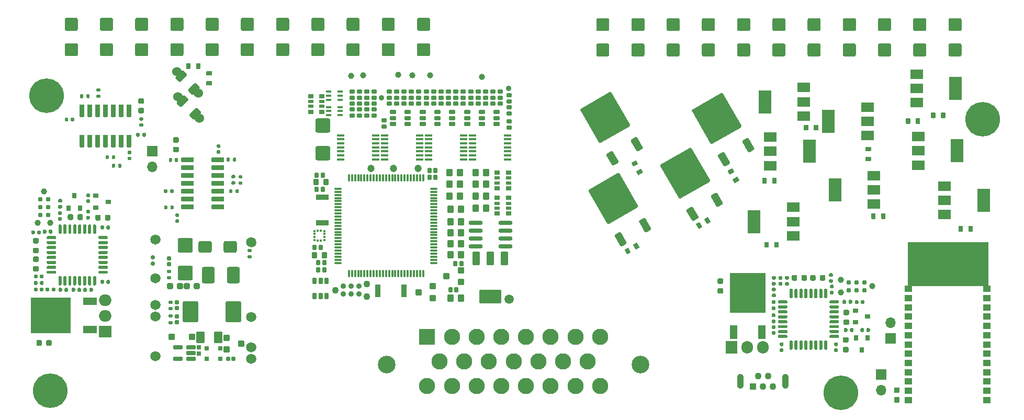
<source format=gts>
G75*
G70*
%OFA0B0*%
%FSLAX25Y25*%
%IPPOS*%
%LPD*%
%AMOC8*
5,1,8,0,0,1.08239X$1,22.5*
%
%AMM141*
21,1,0.092130,0.073230,-0.000000,-0.000000,90.000000*
21,1,0.069290,0.096060,-0.000000,-0.000000,90.000000*
1,1,0.022840,0.036610,0.034650*
1,1,0.022840,0.036610,-0.034650*
1,1,0.022840,-0.036610,-0.034650*
1,1,0.022840,-0.036610,0.034650*
%
%AMM142*
21,1,0.100000,0.111020,-0.000000,-0.000000,180.000000*
21,1,0.075590,0.135430,-0.000000,-0.000000,180.000000*
1,1,0.024410,-0.037800,0.055510*
1,1,0.024410,0.037800,0.055510*
1,1,0.024410,0.037800,-0.055510*
1,1,0.024410,-0.037800,-0.055510*
%
%AMM143*
21,1,0.080320,0.083460,-0.000000,-0.000000,180.000000*
21,1,0.059840,0.103940,-0.000000,-0.000000,180.000000*
1,1,0.020470,-0.029920,0.041730*
1,1,0.020470,0.029920,0.041730*
1,1,0.020470,0.029920,-0.041730*
1,1,0.020470,-0.029920,-0.041730*
%
%AMM144*
21,1,0.084250,0.053540,-0.000000,-0.000000,0.000000*
21,1,0.065350,0.072440,-0.000000,-0.000000,0.000000*
1,1,0.018900,0.032680,-0.026770*
1,1,0.018900,-0.032680,-0.026770*
1,1,0.018900,-0.032680,0.026770*
1,1,0.018900,0.032680,0.026770*
%
%AMM145*
21,1,0.040950,0.030320,-0.000000,-0.000000,270.000000*
21,1,0.028350,0.042910,-0.000000,-0.000000,270.000000*
1,1,0.012600,-0.015160,-0.014170*
1,1,0.012600,-0.015160,0.014170*
1,1,0.012600,0.015160,0.014170*
1,1,0.012600,0.015160,-0.014170*
%
%AMM146*
21,1,0.027170,0.052760,-0.000000,-0.000000,90.000000*
21,1,0.017320,0.062600,-0.000000,-0.000000,90.000000*
1,1,0.009840,0.026380,0.008660*
1,1,0.009840,0.026380,-0.008660*
1,1,0.009840,-0.026380,-0.008660*
1,1,0.009840,-0.026380,0.008660*
%
%AMM147*
21,1,0.041340,0.026770,-0.000000,-0.000000,180.000000*
21,1,0.029130,0.038980,-0.000000,-0.000000,180.000000*
1,1,0.012210,-0.014570,0.013390*
1,1,0.012210,0.014570,0.013390*
1,1,0.012210,0.014570,-0.013390*
1,1,0.012210,-0.014570,-0.013390*
%
%AMM148*
21,1,0.076380,0.036220,-0.000000,-0.000000,270.000000*
21,1,0.061810,0.050790,-0.000000,-0.000000,270.000000*
1,1,0.014570,-0.018110,-0.030910*
1,1,0.014570,-0.018110,0.030910*
1,1,0.014570,0.018110,0.030910*
1,1,0.014570,0.018110,-0.030910*
%
%AMM149*
21,1,0.038980,0.026770,-0.000000,-0.000000,180.000000*
21,1,0.026770,0.038980,-0.000000,-0.000000,180.000000*
1,1,0.012210,-0.013390,0.013390*
1,1,0.012210,0.013390,0.013390*
1,1,0.012210,0.013390,-0.013390*
1,1,0.012210,-0.013390,-0.013390*
%
%AMM150*
21,1,0.021260,0.016540,-0.000000,-0.000000,90.000000*
21,1,0.012600,0.025200,-0.000000,-0.000000,90.000000*
1,1,0.008660,0.008270,0.006300*
1,1,0.008660,0.008270,-0.006300*
1,1,0.008660,-0.008270,-0.006300*
1,1,0.008660,-0.008270,0.006300*
%
%AMM151*
21,1,0.029130,0.018900,-0.000000,-0.000000,270.000000*
21,1,0.018900,0.029130,-0.000000,-0.000000,270.000000*
1,1,0.010240,-0.009450,-0.009450*
1,1,0.010240,-0.009450,0.009450*
1,1,0.010240,0.009450,0.009450*
1,1,0.010240,0.009450,-0.009450*
%
%AMM152*
21,1,0.025200,0.019680,-0.000000,-0.000000,180.000000*
21,1,0.015750,0.029130,-0.000000,-0.000000,180.000000*
1,1,0.009450,-0.007870,0.009840*
1,1,0.009450,0.007870,0.009840*
1,1,0.009450,0.007870,-0.009840*
1,1,0.009450,-0.007870,-0.009840*
%
%AMM153*
21,1,0.025200,0.019680,-0.000000,-0.000000,90.000000*
21,1,0.015750,0.029130,-0.000000,-0.000000,90.000000*
1,1,0.009450,0.009840,0.007870*
1,1,0.009450,0.009840,-0.007870*
1,1,0.009450,-0.009840,-0.007870*
1,1,0.009450,-0.009840,0.007870*
%
%AMM235*
21,1,0.029530,0.026380,-0.000000,-0.000000,90.000000*
21,1,0.020470,0.035430,-0.000000,-0.000000,90.000000*
1,1,0.009060,0.013190,0.010240*
1,1,0.009060,0.013190,-0.010240*
1,1,0.009060,-0.013190,-0.010240*
1,1,0.009060,-0.013190,0.010240*
%
%AMM236*
21,1,0.021650,0.027950,-0.000000,-0.000000,90.000000*
21,1,0.014170,0.035430,-0.000000,-0.000000,90.000000*
1,1,0.007480,0.013980,0.007090*
1,1,0.007480,0.013980,-0.007090*
1,1,0.007480,-0.013980,-0.007090*
1,1,0.007480,-0.013980,0.007090*
%
%AMM237*
21,1,0.016540,0.028980,-0.000000,-0.000000,270.000000*
21,1,0.010080,0.035430,-0.000000,-0.000000,270.000000*
1,1,0.006460,-0.014490,-0.005040*
1,1,0.006460,-0.014490,0.005040*
1,1,0.006460,0.014490,0.005040*
1,1,0.006460,0.014490,-0.005040*
%
%AMM238*
21,1,0.027560,0.030710,-0.000000,-0.000000,0.000000*
21,1,0.018900,0.039370,-0.000000,-0.000000,0.000000*
1,1,0.008660,0.009450,-0.015350*
1,1,0.008660,-0.009450,-0.015350*
1,1,0.008660,-0.009450,0.015350*
1,1,0.008660,0.009450,0.015350*
%
%AMM239*
21,1,0.031500,0.018900,-0.000000,-0.000000,270.000000*
21,1,0.022840,0.027560,-0.000000,-0.000000,270.000000*
1,1,0.008660,-0.009450,-0.011420*
1,1,0.008660,-0.009450,0.011420*
1,1,0.008660,0.009450,0.011420*
1,1,0.008660,0.009450,-0.011420*
%
%AMM240*
21,1,0.035430,0.072440,-0.000000,-0.000000,270.000000*
21,1,0.025200,0.082680,-0.000000,-0.000000,270.000000*
1,1,0.010240,-0.036220,-0.012600*
1,1,0.010240,-0.036220,0.012600*
1,1,0.010240,0.036220,0.012600*
1,1,0.010240,0.036220,-0.012600*
%
%AMM241*
21,1,0.031500,0.018900,-0.000000,-0.000000,0.000000*
21,1,0.022840,0.027560,-0.000000,-0.000000,0.000000*
1,1,0.008660,0.011420,-0.009450*
1,1,0.008660,-0.011420,-0.009450*
1,1,0.008660,-0.011420,0.009450*
1,1,0.008660,0.011420,0.009450*
%
%AMM242*
21,1,0.027560,0.030710,-0.000000,-0.000000,90.000000*
21,1,0.018900,0.039370,-0.000000,-0.000000,90.000000*
1,1,0.008660,0.015350,0.009450*
1,1,0.008660,0.015350,-0.009450*
1,1,0.008660,-0.015350,-0.009450*
1,1,0.008660,-0.015350,0.009450*
%
%AMM243*
21,1,0.039370,0.030320,-0.000000,-0.000000,90.000000*
21,1,0.028350,0.041340,-0.000000,-0.000000,90.000000*
1,1,0.011020,0.015160,0.014170*
1,1,0.011020,0.015160,-0.014170*
1,1,0.011020,-0.015160,-0.014170*
1,1,0.011020,-0.015160,0.014170*
%
%AMM244*
21,1,0.047240,0.075980,-0.000000,-0.000000,180.000000*
21,1,0.034650,0.088580,-0.000000,-0.000000,180.000000*
1,1,0.012600,-0.017320,0.037990*
1,1,0.012600,0.017320,0.037990*
1,1,0.012600,0.017320,-0.037990*
1,1,0.012600,-0.017320,-0.037990*
%
%AMM245*
21,1,0.043310,0.035430,-0.000000,-0.000000,180.000000*
21,1,0.031500,0.047240,-0.000000,-0.000000,180.000000*
1,1,0.011810,-0.015750,0.017720*
1,1,0.011810,0.015750,0.017720*
1,1,0.011810,0.015750,-0.017720*
1,1,0.011810,-0.015750,-0.017720*
%
%AMM246*
21,1,0.031500,0.030710,-0.000000,-0.000000,180.000000*
21,1,0.022050,0.040160,-0.000000,-0.000000,180.000000*
1,1,0.009450,-0.011020,0.015350*
1,1,0.009450,0.011020,0.015350*
1,1,0.009450,0.011020,-0.015350*
1,1,0.009450,-0.011020,-0.015350*
%
%AMM247*
21,1,0.035430,0.072440,-0.000000,-0.000000,180.000000*
21,1,0.025200,0.082680,-0.000000,-0.000000,180.000000*
1,1,0.010240,-0.012600,0.036220*
1,1,0.010240,0.012600,0.036220*
1,1,0.010240,0.012600,-0.036220*
1,1,0.010240,-0.012600,-0.036220*
%
%AMM248*
21,1,0.141730,0.067720,-0.000000,-0.000000,180.000000*
21,1,0.120870,0.088580,-0.000000,-0.000000,180.000000*
1,1,0.020870,-0.060430,0.033860*
1,1,0.020870,0.060430,0.033860*
1,1,0.020870,0.060430,-0.033860*
1,1,0.020870,-0.060430,-0.033860*
%
%AMM249*
21,1,0.047240,0.075990,-0.000000,-0.000000,180.000000*
21,1,0.034650,0.088580,-0.000000,-0.000000,180.000000*
1,1,0.012600,-0.017320,0.037990*
1,1,0.012600,0.017320,0.037990*
1,1,0.012600,0.017320,-0.037990*
1,1,0.012600,-0.017320,-0.037990*
%
%AMM250*
21,1,0.090550,0.073230,-0.000000,-0.000000,270.000000*
21,1,0.069290,0.094490,-0.000000,-0.000000,270.000000*
1,1,0.021260,-0.036610,-0.034650*
1,1,0.021260,-0.036610,0.034650*
1,1,0.021260,0.036610,0.034650*
1,1,0.021260,0.036610,-0.034650*
%
%ADD12R,0.07874X0.05906*%
%ADD120C,0.02913*%
%ADD121C,0.06457*%
%ADD13R,0.07874X0.14961*%
%ADD134R,0.03543X0.03150*%
%ADD135R,0.04724X0.08661*%
%ADD136C,0.05118*%
%ADD137R,0.22835X0.25197*%
%ADD138R,0.03150X0.03543*%
%ADD139C,0.03100*%
%ADD14C,0.03937*%
%ADD140R,0.07500X0.07874*%
%ADD141O,0.07500X0.07874*%
%ADD142C,0.03900*%
%ADD15C,0.22047*%
%ADD16R,0.06693X0.06693*%
%ADD17O,0.06693X0.06693*%
%ADD174O,0.05118X0.01260*%
%ADD175O,0.01260X0.05118*%
%ADD176O,0.04724X0.01575*%
%ADD177C,0.03494*%
%ADD180R,0.01772X0.01378*%
%ADD181R,0.01378X0.01772*%
%ADD186O,0.09055X0.02756*%
%ADD193C,0.03543*%
%ADD195C,0.04724*%
%ADD196C,0.04294*%
%ADD27C,0.05906*%
%ADD28C,0.02362*%
%ADD292M141*%
%ADD293M142*%
%ADD294M143*%
%ADD295M144*%
%ADD296M145*%
%ADD297M146*%
%ADD298M147*%
%ADD299M148*%
%ADD300M149*%
%ADD301M150*%
%ADD302M151*%
%ADD303M152*%
%ADD304M153*%
%ADD315R,0.08661X0.04724*%
%ADD316R,0.25197X0.22835*%
%ADD317R,0.07874X0.07500*%
%ADD318O,0.07874X0.07500*%
%ADD38R,0.10335X0.10335*%
%ADD39C,0.10335*%
%ADD40R,0.04331X0.04331*%
%ADD41C,0.04331*%
%ADD413M235*%
%ADD414M236*%
%ADD415M237*%
%ADD416M238*%
%ADD417M239*%
%ADD418M240*%
%ADD419M241*%
%ADD42O,0.04331X0.09449*%
%ADD420M242*%
%ADD421M243*%
%ADD422M244*%
%ADD423M245*%
%ADD424M246*%
%ADD425M247*%
%ADD426M248*%
%ADD427M249*%
%ADD428M250*%
%ADD43C,0.06000*%
%ADD56R,0.05118X0.03937*%
%ADD66C,0.00472*%
%ADD67C,0.11220*%
X0000000Y0000000D02*
%LPD*%
G01*
D66*
X0617244Y0086610D02*
X0566063Y0086610D01*
X0566063Y0114169D01*
X0617244Y0114169D01*
X0617244Y0086610D01*
G36*
X0617244Y0086610D02*
G01*
X0566063Y0086610D01*
X0566063Y0114169D01*
X0617244Y0114169D01*
X0617244Y0086610D01*
G37*
D12*
X0499902Y0194532D03*
X0499902Y0203587D03*
X0499902Y0212642D03*
D13*
X0475099Y0203587D03*
G36*
G01*
X0590083Y0196504D02*
X0590083Y0193433D01*
G75*
G02*
X0589807Y0193158I-000276J0000000D01*
G01*
X0587603Y0193158D01*
G75*
G02*
X0587327Y0193433I0000000J0000276D01*
G01*
X0587327Y0196504D01*
G75*
G02*
X0587603Y0196780I0000276J0000000D01*
G01*
X0589807Y0196780D01*
G75*
G02*
X0590083Y0196504I0000000J-000276D01*
G01*
G37*
G36*
G01*
X0583784Y0196504D02*
X0583784Y0193433D01*
G75*
G02*
X0583508Y0193158I-000276J0000000D01*
G01*
X0581303Y0193158D01*
G75*
G02*
X0581028Y0193433I0000000J0000276D01*
G01*
X0581028Y0196504D01*
G75*
G02*
X0581303Y0196780I0000276J0000000D01*
G01*
X0583508Y0196780D01*
G75*
G02*
X0583784Y0196504I0000000J-000276D01*
G01*
G37*
G36*
G01*
X0564953Y0189787D02*
X0564953Y0192858D01*
G75*
G02*
X0565229Y0193134I0000276J0000000D01*
G01*
X0567433Y0193134D01*
G75*
G02*
X0567709Y0192858I0000000J-000276D01*
G01*
X0567709Y0189787D01*
G75*
G02*
X0567433Y0189512I-000276J0000000D01*
G01*
X0565229Y0189512D01*
G75*
G02*
X0564953Y0189787I0000000J0000276D01*
G01*
G37*
G36*
G01*
X0571252Y0189787D02*
X0571252Y0192858D01*
G75*
G02*
X0571528Y0193134I0000276J0000000D01*
G01*
X0573733Y0193134D01*
G75*
G02*
X0574008Y0192858I0000000J-000276D01*
G01*
X0574008Y0189787D01*
G75*
G02*
X0573733Y0189512I-000276J0000000D01*
G01*
X0571528Y0189512D01*
G75*
G02*
X0571252Y0189787I0000000J0000276D01*
G01*
G37*
G36*
G01*
X0542425Y0165791D02*
X0539354Y0165791D01*
G75*
G02*
X0539079Y0166067I0000000J0000276D01*
G01*
X0539079Y0168272D01*
G75*
G02*
X0539354Y0168547I0000276J0000000D01*
G01*
X0542425Y0168547D01*
G75*
G02*
X0542701Y0168272I0000000J-000276D01*
G01*
X0542701Y0166067D01*
G75*
G02*
X0542425Y0165791I-000276J0000000D01*
G01*
G37*
G36*
G01*
X0542425Y0172091D02*
X0539354Y0172091D01*
G75*
G02*
X0539079Y0172366I0000000J0000276D01*
G01*
X0539079Y0174571D01*
G75*
G02*
X0539354Y0174847I0000276J0000000D01*
G01*
X0542425Y0174847D01*
G75*
G02*
X0542701Y0174571I0000000J-000276D01*
G01*
X0542701Y0172366D01*
G75*
G02*
X0542425Y0172091I-000276J0000000D01*
G01*
G37*
D12*
X0493111Y0118221D03*
X0493111Y0127276D03*
X0493111Y0136331D03*
D13*
X0468307Y0127276D03*
G36*
G01*
X0132176Y0165978D02*
X0132176Y0167435D01*
G75*
G02*
X0132708Y0167967I0000531J0000000D01*
G01*
X0133771Y0167967D01*
G75*
G02*
X0134302Y0167435I0000000J-000531D01*
G01*
X0134302Y0165978D01*
G75*
G02*
X0133771Y0165447I-000531J0000000D01*
G01*
X0132708Y0165447D01*
G75*
G02*
X0132176Y0165978I0000000J0000531D01*
G01*
G37*
G36*
G01*
X0136192Y0165978D02*
X0136192Y0167435D01*
G75*
G02*
X0136724Y0167967I0000531J0000000D01*
G01*
X0137787Y0167967D01*
G75*
G02*
X0138318Y0167435I0000000J-000531D01*
G01*
X0138318Y0165978D01*
G75*
G02*
X0137787Y0165447I-000531J0000000D01*
G01*
X0136724Y0165447D01*
G75*
G02*
X0136192Y0165978I0000000J0000531D01*
G01*
G37*
G36*
G01*
X0100098Y0132459D02*
X0101436Y0132459D01*
G75*
G02*
X0101988Y0131908I0000000J-000551D01*
G01*
X0101988Y0130805D01*
G75*
G02*
X0101436Y0130254I-000551J0000000D01*
G01*
X0100098Y0130254D01*
G75*
G02*
X0099547Y0130805I0000000J0000551D01*
G01*
X0099547Y0131908D01*
G75*
G02*
X0100098Y0132459I0000551J0000000D01*
G01*
G37*
G36*
G01*
X0100098Y0128679D02*
X0101436Y0128679D01*
G75*
G02*
X0101988Y0128128I0000000J-000551D01*
G01*
X0101988Y0127026D01*
G75*
G02*
X0101436Y0126475I-000551J0000000D01*
G01*
X0100098Y0126475D01*
G75*
G02*
X0099547Y0127026I0000000J0000551D01*
G01*
X0099547Y0128128D01*
G75*
G02*
X0100098Y0128679I0000551J0000000D01*
G01*
G37*
D14*
X0211414Y0220280D03*
G36*
G01*
X0452379Y0163935D02*
X0449992Y0162557D01*
G75*
G02*
X0448648Y0162917I-000492J0000852D01*
G01*
X0445301Y0168713D01*
G75*
G02*
X0445661Y0170058I0000852J0000492D01*
G01*
X0448048Y0171436D01*
G75*
G02*
X0449393Y0171075I0000492J-000852D01*
G01*
X0452739Y0165279D01*
G75*
G02*
X0452379Y0163935I-000852J-000492D01*
G01*
G37*
G36*
G01*
X0459727Y0187270D02*
X0441656Y0176837D01*
G75*
G02*
X0440312Y0177198I-000492J0000852D01*
G01*
X0428697Y0197314D01*
G75*
G02*
X0429058Y0198658I0000852J0000492D01*
G01*
X0447128Y0209092D01*
G75*
G02*
X0448473Y0208731I0000492J-000852D01*
G01*
X0460087Y0188615D01*
G75*
G02*
X0459727Y0187270I-000852J-000492D01*
G01*
G37*
G36*
G01*
X0467926Y0172911D02*
X0465540Y0171533D01*
G75*
G02*
X0464195Y0171893I-000492J0000852D01*
G01*
X0460849Y0177690D01*
G75*
G02*
X0461209Y0179034I0000852J0000492D01*
G01*
X0463596Y0180412D01*
G75*
G02*
X0464940Y0180052I0000492J-000852D01*
G01*
X0468287Y0174255D01*
G75*
G02*
X0467926Y0172911I-000852J-000492D01*
G01*
G37*
G36*
G01*
X0045018Y0207895D02*
X0045018Y0206438D01*
G75*
G02*
X0044487Y0205907I-000531J0000000D01*
G01*
X0043424Y0205907D01*
G75*
G02*
X0042892Y0206438I0000000J0000531D01*
G01*
X0042892Y0207895D01*
G75*
G02*
X0043424Y0208427I0000531J0000000D01*
G01*
X0044487Y0208427D01*
G75*
G02*
X0045018Y0207895I0000000J-000531D01*
G01*
G37*
G36*
G01*
X0041002Y0207895D02*
X0041002Y0206438D01*
G75*
G02*
X0040471Y0205907I-000531J0000000D01*
G01*
X0039408Y0205907D01*
G75*
G02*
X0038876Y0206438I0000000J0000531D01*
G01*
X0038876Y0207895D01*
G75*
G02*
X0039408Y0208427I0000531J0000000D01*
G01*
X0040471Y0208427D01*
G75*
G02*
X0041002Y0207895I0000000J-000531D01*
G01*
G37*
G36*
G01*
X0049839Y0212218D02*
X0051296Y0212218D01*
G75*
G02*
X0051827Y0211686I0000000J-000531D01*
G01*
X0051827Y0210623D01*
G75*
G02*
X0051296Y0210092I-000531J0000000D01*
G01*
X0049839Y0210092D01*
G75*
G02*
X0049307Y0210623I0000000J0000531D01*
G01*
X0049307Y0211686D01*
G75*
G02*
X0049839Y0212218I0000531J0000000D01*
G01*
G37*
G36*
G01*
X0049839Y0208202D02*
X0051296Y0208202D01*
G75*
G02*
X0051827Y0207670I0000000J-000531D01*
G01*
X0051827Y0206607D01*
G75*
G02*
X0051296Y0206076I-000531J0000000D01*
G01*
X0049839Y0206076D01*
G75*
G02*
X0049307Y0206607I0000000J0000531D01*
G01*
X0049307Y0207670D01*
G75*
G02*
X0049839Y0208202I0000531J0000000D01*
G01*
G37*
G36*
G01*
X0381390Y0164486D02*
X0379004Y0163108D01*
G75*
G02*
X0377659Y0163468I-000492J0000852D01*
G01*
X0374313Y0169264D01*
G75*
G02*
X0374673Y0170609I0000852J0000492D01*
G01*
X0377060Y0171987D01*
G75*
G02*
X0378404Y0171627I0000492J-000852D01*
G01*
X0381750Y0165830D01*
G75*
G02*
X0381390Y0164486I-000852J-000492D01*
G01*
G37*
G36*
G01*
X0388738Y0187822D02*
X0370668Y0177389D01*
G75*
G02*
X0369323Y0177749I-000492J0000852D01*
G01*
X0357709Y0197865D01*
G75*
G02*
X0358069Y0199210I0000852J0000492D01*
G01*
X0376140Y0209643D01*
G75*
G02*
X0377484Y0209282I0000492J-000852D01*
G01*
X0389099Y0189166D01*
G75*
G02*
X0388738Y0187822I-000852J-000492D01*
G01*
G37*
G36*
G01*
X0396938Y0173462D02*
X0394551Y0172084D01*
G75*
G02*
X0393207Y0172444I-000492J0000852D01*
G01*
X0389860Y0178241D01*
G75*
G02*
X0390220Y0179585I0000852J0000492D01*
G01*
X0392607Y0180963D01*
G75*
G02*
X0393952Y0180603I0000492J-000852D01*
G01*
X0397298Y0174807D01*
G75*
G02*
X0396938Y0173462I-000852J-000492D01*
G01*
G37*
X0219355Y0220469D03*
D15*
X0017504Y0207480D03*
X0613803Y0192547D03*
G36*
G01*
X0141806Y0150686D02*
X0140349Y0150686D01*
G75*
G02*
X0139817Y0151217I0000000J0000531D01*
G01*
X0139817Y0152280D01*
G75*
G02*
X0140349Y0152812I0000531J0000000D01*
G01*
X0141806Y0152812D01*
G75*
G02*
X0142337Y0152280I0000000J-000531D01*
G01*
X0142337Y0151217D01*
G75*
G02*
X0141806Y0150686I-000531J0000000D01*
G01*
G37*
G36*
G01*
X0141806Y0154702D02*
X0140349Y0154702D01*
G75*
G02*
X0139817Y0155233I0000000J0000531D01*
G01*
X0139817Y0156296D01*
G75*
G02*
X0140349Y0156828I0000531J0000000D01*
G01*
X0141806Y0156828D01*
G75*
G02*
X0142337Y0156296I0000000J-000531D01*
G01*
X0142337Y0155233D01*
G75*
G02*
X0141806Y0154702I-000531J0000000D01*
G01*
G37*
G36*
G01*
X0092366Y0135558D02*
X0092366Y0137015D01*
G75*
G02*
X0092898Y0137547I0000531J0000000D01*
G01*
X0093961Y0137547D01*
G75*
G02*
X0094492Y0137015I0000000J-000531D01*
G01*
X0094492Y0135558D01*
G75*
G02*
X0093961Y0135027I-000531J0000000D01*
G01*
X0092898Y0135027D01*
G75*
G02*
X0092366Y0135558I0000000J0000531D01*
G01*
G37*
G36*
G01*
X0096382Y0135558D02*
X0096382Y0137015D01*
G75*
G02*
X0096914Y0137547I0000531J0000000D01*
G01*
X0097977Y0137547D01*
G75*
G02*
X0098508Y0137015I0000000J-000531D01*
G01*
X0098508Y0135558D01*
G75*
G02*
X0097977Y0135027I-000531J0000000D01*
G01*
X0096914Y0135027D01*
G75*
G02*
X0096382Y0135558I0000000J0000531D01*
G01*
G37*
G36*
G01*
X0035109Y0192906D02*
X0035109Y0191567D01*
G75*
G02*
X0034558Y0191016I-000551J0000000D01*
G01*
X0033456Y0191016D01*
G75*
G02*
X0032905Y0191567I0000000J0000551D01*
G01*
X0032905Y0192906D01*
G75*
G02*
X0033456Y0193457I0000551J0000000D01*
G01*
X0034558Y0193457D01*
G75*
G02*
X0035109Y0192906I0000000J-000551D01*
G01*
G37*
G36*
G01*
X0031330Y0192906D02*
X0031330Y0191567D01*
G75*
G02*
X0030779Y0191016I-000551J0000000D01*
G01*
X0029676Y0191016D01*
G75*
G02*
X0029125Y0191567I0000000J0000551D01*
G01*
X0029125Y0192906D01*
G75*
G02*
X0029676Y0193457I0000551J0000000D01*
G01*
X0030779Y0193457D01*
G75*
G02*
X0031330Y0192906I0000000J-000551D01*
G01*
G37*
G36*
G01*
X0070966Y0166385D02*
X0069628Y0166385D01*
G75*
G02*
X0069077Y0166936I0000000J0000551D01*
G01*
X0069077Y0168038D01*
G75*
G02*
X0069628Y0168589I0000551J0000000D01*
G01*
X0070966Y0168589D01*
G75*
G02*
X0071518Y0168038I0000000J-000551D01*
G01*
X0071518Y0166936D01*
G75*
G02*
X0070966Y0166385I-000551J0000000D01*
G01*
G37*
G36*
G01*
X0070966Y0170164D02*
X0069628Y0170164D01*
G75*
G02*
X0069077Y0170715I0000000J0000551D01*
G01*
X0069077Y0171818D01*
G75*
G02*
X0069628Y0172369I0000551J0000000D01*
G01*
X0070966Y0172369D01*
G75*
G02*
X0071518Y0171818I0000000J-000551D01*
G01*
X0071518Y0170715D01*
G75*
G02*
X0070966Y0170164I-000551J0000000D01*
G01*
G37*
D16*
X0549272Y0029937D03*
D17*
X0549272Y0019937D03*
G36*
G01*
X0078496Y0187735D02*
X0077158Y0187735D01*
G75*
G02*
X0076607Y0188286I0000000J0000551D01*
G01*
X0076607Y0189388D01*
G75*
G02*
X0077158Y0189939I0000551J0000000D01*
G01*
X0078496Y0189939D01*
G75*
G02*
X0079048Y0189388I0000000J-000551D01*
G01*
X0079048Y0188286D01*
G75*
G02*
X0078496Y0187735I-000551J0000000D01*
G01*
G37*
G36*
G01*
X0078496Y0191514D02*
X0077158Y0191514D01*
G75*
G02*
X0076607Y0192065I0000000J0000551D01*
G01*
X0076607Y0193168D01*
G75*
G02*
X0077158Y0193719I0000551J0000000D01*
G01*
X0078496Y0193719D01*
G75*
G02*
X0079048Y0193168I0000000J-000551D01*
G01*
X0079048Y0192065D01*
G75*
G02*
X0078496Y0191514I-000551J0000000D01*
G01*
G37*
D15*
X0019768Y0019563D03*
G36*
G01*
X0551965Y0132284D02*
X0551965Y0129213D01*
G75*
G02*
X0551689Y0128937I-000276J0000000D01*
G01*
X0549485Y0128937D01*
G75*
G02*
X0549209Y0129213I0000000J0000276D01*
G01*
X0549209Y0132284D01*
G75*
G02*
X0549485Y0132559I0000276J0000000D01*
G01*
X0551689Y0132559D01*
G75*
G02*
X0551965Y0132284I0000000J-000276D01*
G01*
G37*
G36*
G01*
X0545666Y0132284D02*
X0545666Y0129213D01*
G75*
G02*
X0545390Y0128937I-000276J0000000D01*
G01*
X0543185Y0128937D01*
G75*
G02*
X0542910Y0129213I0000000J0000276D01*
G01*
X0542910Y0132284D01*
G75*
G02*
X0543185Y0132559I0000276J0000000D01*
G01*
X0545390Y0132559D01*
G75*
G02*
X0545666Y0132284I0000000J-000276D01*
G01*
G37*
G36*
G01*
X0115492Y0227917D02*
X0115492Y0224847D01*
G75*
G02*
X0115217Y0224571I-000276J0000000D01*
G01*
X0113012Y0224571D01*
G75*
G02*
X0112737Y0224847I0000000J0000276D01*
G01*
X0112737Y0227917D01*
G75*
G02*
X0113012Y0228193I0000276J0000000D01*
G01*
X0115217Y0228193D01*
G75*
G02*
X0115492Y0227917I0000000J-000276D01*
G01*
G37*
G36*
G01*
X0109193Y0227917D02*
X0109193Y0224847D01*
G75*
G02*
X0108918Y0224571I-000276J0000000D01*
G01*
X0106713Y0224571D01*
G75*
G02*
X0106437Y0224847I0000000J0000276D01*
G01*
X0106437Y0227917D01*
G75*
G02*
X0106713Y0228193I0000276J0000000D01*
G01*
X0108918Y0228193D01*
G75*
G02*
X0109193Y0227917I0000000J-000276D01*
G01*
G37*
D12*
X0544666Y0138311D03*
X0544666Y0147366D03*
X0544666Y0156421D03*
D13*
X0519863Y0147366D03*
D16*
X0084847Y0172207D03*
D17*
X0084847Y0162207D03*
G36*
G01*
X0130649Y0137687D02*
X0130649Y0135465D01*
G75*
G02*
X0130279Y0135095I-000370J0000000D01*
G01*
X0122939Y0135095D01*
G75*
G02*
X0122569Y0135465I0000000J0000370D01*
G01*
X0122569Y0137687D01*
G75*
G02*
X0122939Y0138057I0000370J0000000D01*
G01*
X0130279Y0138057D01*
G75*
G02*
X0130649Y0137687I0000000J-000370D01*
G01*
G37*
G36*
G01*
X0130649Y0142687D02*
X0130649Y0140465D01*
G75*
G02*
X0130279Y0140095I-000370J0000000D01*
G01*
X0122939Y0140095D01*
G75*
G02*
X0122569Y0140465I0000000J0000370D01*
G01*
X0122569Y0142687D01*
G75*
G02*
X0122939Y0143057I0000370J0000000D01*
G01*
X0130279Y0143057D01*
G75*
G02*
X0130649Y0142687I0000000J-000370D01*
G01*
G37*
G36*
G01*
X0130649Y0147687D02*
X0130649Y0145465D01*
G75*
G02*
X0130279Y0145095I-000370J0000000D01*
G01*
X0122939Y0145095D01*
G75*
G02*
X0122569Y0145465I0000000J0000370D01*
G01*
X0122569Y0147687D01*
G75*
G02*
X0122939Y0148057I0000370J0000000D01*
G01*
X0130279Y0148057D01*
G75*
G02*
X0130649Y0147687I0000000J-000370D01*
G01*
G37*
G36*
G01*
X0130649Y0152687D02*
X0130649Y0150465D01*
G75*
G02*
X0130279Y0150095I-000370J0000000D01*
G01*
X0122939Y0150095D01*
G75*
G02*
X0122569Y0150465I0000000J0000370D01*
G01*
X0122569Y0152687D01*
G75*
G02*
X0122939Y0153057I0000370J0000000D01*
G01*
X0130279Y0153057D01*
G75*
G02*
X0130649Y0152687I0000000J-000370D01*
G01*
G37*
G36*
G01*
X0130649Y0157687D02*
X0130649Y0155465D01*
G75*
G02*
X0130279Y0155095I-000370J0000000D01*
G01*
X0122939Y0155095D01*
G75*
G02*
X0122569Y0155465I0000000J0000370D01*
G01*
X0122569Y0157687D01*
G75*
G02*
X0122939Y0158057I0000370J0000000D01*
G01*
X0130279Y0158057D01*
G75*
G02*
X0130649Y0157687I0000000J-000370D01*
G01*
G37*
G36*
G01*
X0130649Y0162687D02*
X0130649Y0160465D01*
G75*
G02*
X0130279Y0160095I-000370J0000000D01*
G01*
X0122939Y0160095D01*
G75*
G02*
X0122569Y0160465I0000000J0000370D01*
G01*
X0122569Y0162687D01*
G75*
G02*
X0122939Y0163057I0000370J0000000D01*
G01*
X0130279Y0163057D01*
G75*
G02*
X0130649Y0162687I0000000J-000370D01*
G01*
G37*
G36*
G01*
X0130649Y0167687D02*
X0130649Y0165465D01*
G75*
G02*
X0130279Y0165095I-000370J0000000D01*
G01*
X0122939Y0165095D01*
G75*
G02*
X0122569Y0165465I0000000J0000370D01*
G01*
X0122569Y0167687D01*
G75*
G02*
X0122939Y0168057I0000370J0000000D01*
G01*
X0130279Y0168057D01*
G75*
G02*
X0130649Y0167687I0000000J-000370D01*
G01*
G37*
G36*
G01*
X0111318Y0167687D02*
X0111318Y0165465D01*
G75*
G02*
X0110948Y0165095I-000370J0000000D01*
G01*
X0103608Y0165095D01*
G75*
G02*
X0103238Y0165465I0000000J0000370D01*
G01*
X0103238Y0167687D01*
G75*
G02*
X0103608Y0168057I0000370J0000000D01*
G01*
X0110948Y0168057D01*
G75*
G02*
X0111318Y0167687I0000000J-000370D01*
G01*
G37*
G36*
G01*
X0111318Y0162687D02*
X0111318Y0160465D01*
G75*
G02*
X0110948Y0160095I-000370J0000000D01*
G01*
X0103608Y0160095D01*
G75*
G02*
X0103238Y0160465I0000000J0000370D01*
G01*
X0103238Y0162687D01*
G75*
G02*
X0103608Y0163057I0000370J0000000D01*
G01*
X0110948Y0163057D01*
G75*
G02*
X0111318Y0162687I0000000J-000370D01*
G01*
G37*
G36*
G01*
X0111318Y0157687D02*
X0111318Y0155465D01*
G75*
G02*
X0110948Y0155095I-000370J0000000D01*
G01*
X0103608Y0155095D01*
G75*
G02*
X0103238Y0155465I0000000J0000370D01*
G01*
X0103238Y0157687D01*
G75*
G02*
X0103608Y0158057I0000370J0000000D01*
G01*
X0110948Y0158057D01*
G75*
G02*
X0111318Y0157687I0000000J-000370D01*
G01*
G37*
G36*
G01*
X0111318Y0152687D02*
X0111318Y0150465D01*
G75*
G02*
X0110948Y0150095I-000370J0000000D01*
G01*
X0103608Y0150095D01*
G75*
G02*
X0103238Y0150465I0000000J0000370D01*
G01*
X0103238Y0152687D01*
G75*
G02*
X0103608Y0153057I0000370J0000000D01*
G01*
X0110948Y0153057D01*
G75*
G02*
X0111318Y0152687I0000000J-000370D01*
G01*
G37*
G36*
G01*
X0111318Y0147687D02*
X0111318Y0145465D01*
G75*
G02*
X0110948Y0145095I-000370J0000000D01*
G01*
X0103608Y0145095D01*
G75*
G02*
X0103238Y0145465I0000000J0000370D01*
G01*
X0103238Y0147687D01*
G75*
G02*
X0103608Y0148057I0000370J0000000D01*
G01*
X0110948Y0148057D01*
G75*
G02*
X0111318Y0147687I0000000J-000370D01*
G01*
G37*
G36*
G01*
X0111318Y0142687D02*
X0111318Y0140465D01*
G75*
G02*
X0110948Y0140095I-000370J0000000D01*
G01*
X0103608Y0140095D01*
G75*
G02*
X0103238Y0140465I0000000J0000370D01*
G01*
X0103238Y0142687D01*
G75*
G02*
X0103608Y0143057I0000370J0000000D01*
G01*
X0110948Y0143057D01*
G75*
G02*
X0111318Y0142687I0000000J-000370D01*
G01*
G37*
G36*
G01*
X0111318Y0137687D02*
X0111318Y0135465D01*
G75*
G02*
X0110948Y0135095I-000370J0000000D01*
G01*
X0103608Y0135095D01*
G75*
G02*
X0103238Y0135465I0000000J0000370D01*
G01*
X0103238Y0137687D01*
G75*
G02*
X0103608Y0138057I0000370J0000000D01*
G01*
X0110948Y0138057D01*
G75*
G02*
X0111318Y0137687I0000000J-000370D01*
G01*
G37*
G36*
G01*
X0432351Y0129068D02*
X0429964Y0127690D01*
G75*
G02*
X0428620Y0128051I-000492J0000852D01*
G01*
X0425273Y0133847D01*
G75*
G02*
X0425634Y0135191I0000852J0000492D01*
G01*
X0428020Y0136569D01*
G75*
G02*
X0429365Y0136209I0000492J-000852D01*
G01*
X0432711Y0130413D01*
G75*
G02*
X0432351Y0129068I-000852J-000492D01*
G01*
G37*
G36*
G01*
X0439699Y0152404D02*
X0421629Y0141971D01*
G75*
G02*
X0420284Y0142331I-000492J0000852D01*
G01*
X0408670Y0162448D01*
G75*
G02*
X0409030Y0163792I0000852J0000492D01*
G01*
X0427101Y0174225D01*
G75*
G02*
X0428445Y0173865I0000492J-000852D01*
G01*
X0440059Y0153749D01*
G75*
G02*
X0439699Y0152404I-000852J-000492D01*
G01*
G37*
G36*
G01*
X0447899Y0138045D02*
X0445512Y0136667D01*
G75*
G02*
X0444167Y0137027I-000492J0000852D01*
G01*
X0440821Y0142823D01*
G75*
G02*
X0441181Y0144168I0000852J0000492D01*
G01*
X0443568Y0145546D01*
G75*
G02*
X0444912Y0145186I0000492J-000852D01*
G01*
X0448259Y0139389D01*
G75*
G02*
X0447899Y0138045I-000852J-000492D01*
G01*
G37*
D27*
X0087048Y0041441D03*
X0087048Y0066638D03*
X0087048Y0074118D03*
X0087048Y0091047D03*
D28*
X0085276Y0100496D03*
X0085276Y0104433D03*
D27*
X0087048Y0115654D03*
X0148071Y0039669D03*
X0148071Y0046953D03*
X0148071Y0066441D03*
X0148071Y0113882D03*
D12*
X0540469Y0181972D03*
X0540469Y0191028D03*
X0540469Y0200083D03*
D13*
X0515666Y0191028D03*
D12*
X0478650Y0181024D03*
X0478650Y0171969D03*
X0478650Y0162913D03*
D13*
X0503453Y0171969D03*
D14*
X0261945Y0220327D03*
G36*
G01*
X0560496Y0011945D02*
X0557819Y0011945D01*
G75*
G02*
X0557485Y0012280I0000000J0000335D01*
G01*
X0557485Y0014957D01*
G75*
G02*
X0557819Y0015291I0000335J0000000D01*
G01*
X0560496Y0015291D01*
G75*
G02*
X0560831Y0014957I0000000J-000335D01*
G01*
X0560831Y0012280D01*
G75*
G02*
X0560496Y0011945I-000335J0000000D01*
G01*
G37*
G36*
G01*
X0560496Y0018165D02*
X0557819Y0018165D01*
G75*
G02*
X0557485Y0018500I0000000J0000335D01*
G01*
X0557485Y0021177D01*
G75*
G02*
X0557819Y0021512I0000335J0000000D01*
G01*
X0560496Y0021512D01*
G75*
G02*
X0560831Y0021177I0000000J-000335D01*
G01*
X0560831Y0018500D01*
G75*
G02*
X0560496Y0018165I-000335J0000000D01*
G01*
G37*
G36*
G01*
X0387300Y0106438D02*
X0385764Y0109097D01*
G75*
G02*
X0385865Y0109474I0000239J0000138D01*
G01*
X0387775Y0110576D01*
G75*
G02*
X0388151Y0110475I0000138J-000239D01*
G01*
X0389687Y0107816D01*
G75*
G02*
X0389586Y0107440I-000239J-000138D01*
G01*
X0387676Y0106337D01*
G75*
G02*
X0387300Y0106438I-000138J0000239D01*
G01*
G37*
G36*
G01*
X0392755Y0109588D02*
X0391220Y0112247D01*
G75*
G02*
X0391321Y0112624I0000239J0000138D01*
G01*
X0393230Y0113726D01*
G75*
G02*
X0393606Y0113625I0000138J-000239D01*
G01*
X0395142Y0110966D01*
G75*
G02*
X0395041Y0110589I-000239J-000138D01*
G01*
X0393132Y0109487D01*
G75*
G02*
X0392755Y0109588I-000138J0000239D01*
G01*
G37*
G36*
G01*
X0095365Y0165827D02*
X0095365Y0167166D01*
G75*
G02*
X0095916Y0167717I0000551J0000000D01*
G01*
X0097019Y0167717D01*
G75*
G02*
X0097570Y0167166I0000000J-000551D01*
G01*
X0097570Y0165827D01*
G75*
G02*
X0097019Y0165276I-000551J0000000D01*
G01*
X0095916Y0165276D01*
G75*
G02*
X0095365Y0165827I0000000J0000551D01*
G01*
G37*
G36*
G01*
X0099145Y0165827D02*
X0099145Y0167166D01*
G75*
G02*
X0099696Y0167717I0000551J0000000D01*
G01*
X0100798Y0167717D01*
G75*
G02*
X0101349Y0167166I0000000J-000551D01*
G01*
X0101349Y0165827D01*
G75*
G02*
X0100798Y0165276I-000551J0000000D01*
G01*
X0099696Y0165276D01*
G75*
G02*
X0099145Y0165827I0000000J0000551D01*
G01*
G37*
G36*
G01*
X0473524Y0151791D02*
X0473524Y0154862D01*
G75*
G02*
X0473800Y0155138I0000276J0000000D01*
G01*
X0476004Y0155138D01*
G75*
G02*
X0476280Y0154862I0000000J-000276D01*
G01*
X0476280Y0151791D01*
G75*
G02*
X0476004Y0151516I-000276J0000000D01*
G01*
X0473800Y0151516D01*
G75*
G02*
X0473524Y0151791I0000000J0000276D01*
G01*
G37*
G36*
G01*
X0479823Y0151791D02*
X0479823Y0154862D01*
G75*
G02*
X0480099Y0155138I0000276J0000000D01*
G01*
X0482303Y0155138D01*
G75*
G02*
X0482579Y0154862I0000000J-000276D01*
G01*
X0482579Y0151791D01*
G75*
G02*
X0482303Y0151516I-000276J0000000D01*
G01*
X0480099Y0151516D01*
G75*
G02*
X0479823Y0151791I0000000J0000276D01*
G01*
G37*
G36*
G01*
X0126388Y0176489D02*
X0127726Y0176489D01*
G75*
G02*
X0128278Y0175938I0000000J-000551D01*
G01*
X0128278Y0174835D01*
G75*
G02*
X0127726Y0174284I-000551J0000000D01*
G01*
X0126388Y0174284D01*
G75*
G02*
X0125837Y0174835I0000000J0000551D01*
G01*
X0125837Y0175938D01*
G75*
G02*
X0126388Y0176489I0000551J0000000D01*
G01*
G37*
G36*
G01*
X0126388Y0172709D02*
X0127726Y0172709D01*
G75*
G02*
X0128278Y0172158I0000000J-000551D01*
G01*
X0128278Y0171056D01*
G75*
G02*
X0127726Y0170505I-000551J0000000D01*
G01*
X0126388Y0170505D01*
G75*
G02*
X0125837Y0171056I0000000J0000551D01*
G01*
X0125837Y0172158D01*
G75*
G02*
X0126388Y0172709I0000551J0000000D01*
G01*
G37*
G36*
G01*
X0065188Y0163565D02*
X0065188Y0162108D01*
G75*
G02*
X0064657Y0161577I-000531J0000000D01*
G01*
X0063594Y0161577D01*
G75*
G02*
X0063062Y0162108I0000000J0000531D01*
G01*
X0063062Y0163565D01*
G75*
G02*
X0063594Y0164097I0000531J0000000D01*
G01*
X0064657Y0164097D01*
G75*
G02*
X0065188Y0163565I0000000J-000531D01*
G01*
G37*
G36*
G01*
X0061172Y0163565D02*
X0061172Y0162108D01*
G75*
G02*
X0060641Y0161577I-000531J0000000D01*
G01*
X0059578Y0161577D01*
G75*
G02*
X0059046Y0162108I0000000J0000531D01*
G01*
X0059046Y0163565D01*
G75*
G02*
X0059578Y0164097I0000531J0000000D01*
G01*
X0060641Y0164097D01*
G75*
G02*
X0061172Y0163565I0000000J-000531D01*
G01*
G37*
G36*
G01*
X0041174Y0174511D02*
X0038953Y0174511D01*
G75*
G02*
X0038582Y0174881I0000000J0000370D01*
G01*
X0038582Y0182221D01*
G75*
G02*
X0038953Y0182591I0000370J0000000D01*
G01*
X0041174Y0182591D01*
G75*
G02*
X0041544Y0182221I0000000J-000370D01*
G01*
X0041544Y0174881D01*
G75*
G02*
X0041174Y0174511I-000370J0000000D01*
G01*
G37*
G36*
G01*
X0046174Y0174511D02*
X0043953Y0174511D01*
G75*
G02*
X0043582Y0174881I0000000J0000370D01*
G01*
X0043582Y0182221D01*
G75*
G02*
X0043953Y0182591I0000370J0000000D01*
G01*
X0046174Y0182591D01*
G75*
G02*
X0046544Y0182221I0000000J-000370D01*
G01*
X0046544Y0174881D01*
G75*
G02*
X0046174Y0174511I-000370J0000000D01*
G01*
G37*
G36*
G01*
X0051174Y0174511D02*
X0048953Y0174511D01*
G75*
G02*
X0048582Y0174881I0000000J0000370D01*
G01*
X0048582Y0182221D01*
G75*
G02*
X0048953Y0182591I0000370J0000000D01*
G01*
X0051174Y0182591D01*
G75*
G02*
X0051544Y0182221I0000000J-000370D01*
G01*
X0051544Y0174881D01*
G75*
G02*
X0051174Y0174511I-000370J0000000D01*
G01*
G37*
G36*
G01*
X0056174Y0174511D02*
X0053953Y0174511D01*
G75*
G02*
X0053582Y0174881I0000000J0000370D01*
G01*
X0053582Y0182221D01*
G75*
G02*
X0053953Y0182591I0000370J0000000D01*
G01*
X0056174Y0182591D01*
G75*
G02*
X0056544Y0182221I0000000J-000370D01*
G01*
X0056544Y0174881D01*
G75*
G02*
X0056174Y0174511I-000370J0000000D01*
G01*
G37*
G36*
G01*
X0061174Y0174511D02*
X0058953Y0174511D01*
G75*
G02*
X0058582Y0174881I0000000J0000370D01*
G01*
X0058582Y0182221D01*
G75*
G02*
X0058953Y0182591I0000370J0000000D01*
G01*
X0061174Y0182591D01*
G75*
G02*
X0061544Y0182221I0000000J-000370D01*
G01*
X0061544Y0174881D01*
G75*
G02*
X0061174Y0174511I-000370J0000000D01*
G01*
G37*
G36*
G01*
X0066174Y0174511D02*
X0063953Y0174511D01*
G75*
G02*
X0063582Y0174881I0000000J0000370D01*
G01*
X0063582Y0182221D01*
G75*
G02*
X0063953Y0182591I0000370J0000000D01*
G01*
X0066174Y0182591D01*
G75*
G02*
X0066544Y0182221I0000000J-000370D01*
G01*
X0066544Y0174881D01*
G75*
G02*
X0066174Y0174511I-000370J0000000D01*
G01*
G37*
G36*
G01*
X0071174Y0174511D02*
X0068953Y0174511D01*
G75*
G02*
X0068582Y0174881I0000000J0000370D01*
G01*
X0068582Y0182221D01*
G75*
G02*
X0068953Y0182591I0000370J0000000D01*
G01*
X0071174Y0182591D01*
G75*
G02*
X0071544Y0182221I0000000J-000370D01*
G01*
X0071544Y0174881D01*
G75*
G02*
X0071174Y0174511I-000370J0000000D01*
G01*
G37*
G36*
G01*
X0071174Y0193841D02*
X0068953Y0193841D01*
G75*
G02*
X0068582Y0194212I0000000J0000370D01*
G01*
X0068582Y0201551D01*
G75*
G02*
X0068953Y0201922I0000370J0000000D01*
G01*
X0071174Y0201922D01*
G75*
G02*
X0071544Y0201551I0000000J-000370D01*
G01*
X0071544Y0194212D01*
G75*
G02*
X0071174Y0193841I-000370J0000000D01*
G01*
G37*
G36*
G01*
X0066174Y0193841D02*
X0063953Y0193841D01*
G75*
G02*
X0063582Y0194212I0000000J0000370D01*
G01*
X0063582Y0201551D01*
G75*
G02*
X0063953Y0201922I0000370J0000000D01*
G01*
X0066174Y0201922D01*
G75*
G02*
X0066544Y0201551I0000000J-000370D01*
G01*
X0066544Y0194212D01*
G75*
G02*
X0066174Y0193841I-000370J0000000D01*
G01*
G37*
G36*
G01*
X0061174Y0193841D02*
X0058953Y0193841D01*
G75*
G02*
X0058582Y0194212I0000000J0000370D01*
G01*
X0058582Y0201551D01*
G75*
G02*
X0058953Y0201922I0000370J0000000D01*
G01*
X0061174Y0201922D01*
G75*
G02*
X0061544Y0201551I0000000J-000370D01*
G01*
X0061544Y0194212D01*
G75*
G02*
X0061174Y0193841I-000370J0000000D01*
G01*
G37*
G36*
G01*
X0056174Y0193841D02*
X0053953Y0193841D01*
G75*
G02*
X0053582Y0194212I0000000J0000370D01*
G01*
X0053582Y0201551D01*
G75*
G02*
X0053953Y0201922I0000370J0000000D01*
G01*
X0056174Y0201922D01*
G75*
G02*
X0056544Y0201551I0000000J-000370D01*
G01*
X0056544Y0194212D01*
G75*
G02*
X0056174Y0193841I-000370J0000000D01*
G01*
G37*
G36*
G01*
X0051174Y0193841D02*
X0048953Y0193841D01*
G75*
G02*
X0048582Y0194212I0000000J0000370D01*
G01*
X0048582Y0201551D01*
G75*
G02*
X0048953Y0201922I0000370J0000000D01*
G01*
X0051174Y0201922D01*
G75*
G02*
X0051544Y0201551I0000000J-000370D01*
G01*
X0051544Y0194212D01*
G75*
G02*
X0051174Y0193841I-000370J0000000D01*
G01*
G37*
G36*
G01*
X0046174Y0193841D02*
X0043953Y0193841D01*
G75*
G02*
X0043582Y0194212I0000000J0000370D01*
G01*
X0043582Y0201551D01*
G75*
G02*
X0043953Y0201922I0000370J0000000D01*
G01*
X0046174Y0201922D01*
G75*
G02*
X0046544Y0201551I0000000J-000370D01*
G01*
X0046544Y0194212D01*
G75*
G02*
X0046174Y0193841I-000370J0000000D01*
G01*
G37*
G36*
G01*
X0041174Y0193841D02*
X0038953Y0193841D01*
G75*
G02*
X0038582Y0194212I0000000J0000370D01*
G01*
X0038582Y0201551D01*
G75*
G02*
X0038953Y0201922I0000370J0000000D01*
G01*
X0041174Y0201922D01*
G75*
G02*
X0041544Y0201551I0000000J-000370D01*
G01*
X0041544Y0194212D01*
G75*
G02*
X0041174Y0193841I-000370J0000000D01*
G01*
G37*
G36*
G01*
X0432721Y0122718D02*
X0431186Y0125377D01*
G75*
G02*
X0431287Y0125753I0000239J0000138D01*
G01*
X0433196Y0126856D01*
G75*
G02*
X0433572Y0126755I0000138J-000239D01*
G01*
X0435108Y0124096D01*
G75*
G02*
X0435007Y0123719I-000239J-000138D01*
G01*
X0433098Y0122617D01*
G75*
G02*
X0432721Y0122718I-000138J0000239D01*
G01*
G37*
G36*
G01*
X0438176Y0125867D02*
X0436641Y0128527D01*
G75*
G02*
X0436742Y0128903I0000239J0000138D01*
G01*
X0438651Y0130005D01*
G75*
G02*
X0439028Y0129905I0000138J-000239D01*
G01*
X0440563Y0127245D01*
G75*
G02*
X0440462Y0126869I-000239J-000138D01*
G01*
X0438553Y0125766D01*
G75*
G02*
X0438176Y0125867I-000138J0000239D01*
G01*
G37*
D67*
X0234363Y0036177D03*
X0395780Y0036177D03*
D38*
X0259953Y0053894D03*
D39*
X0275701Y0053894D03*
X0291449Y0053894D03*
X0307197Y0053894D03*
X0322945Y0053894D03*
X0338693Y0053894D03*
X0354441Y0053894D03*
X0370189Y0053894D03*
X0267827Y0038146D03*
X0283575Y0038146D03*
X0299323Y0038146D03*
X0315071Y0038146D03*
X0330819Y0038146D03*
X0346567Y0038146D03*
X0362315Y0038146D03*
X0259953Y0022398D03*
X0275701Y0022398D03*
X0291449Y0022398D03*
X0307197Y0022398D03*
X0322945Y0022398D03*
X0338693Y0022398D03*
X0354441Y0022398D03*
X0370189Y0022398D03*
G36*
G01*
X0386585Y0112922D02*
X0384199Y0111544D01*
G75*
G02*
X0382854Y0111904I-000492J0000852D01*
G01*
X0379508Y0117700D01*
G75*
G02*
X0379868Y0119045I0000852J0000492D01*
G01*
X0382255Y0120423D01*
G75*
G02*
X0383599Y0120062I0000492J-000852D01*
G01*
X0386946Y0114266D01*
G75*
G02*
X0386585Y0112922I-000852J-000492D01*
G01*
G37*
G36*
G01*
X0393933Y0136257D02*
X0375863Y0125824D01*
G75*
G02*
X0374518Y0126185I-000492J0000852D01*
G01*
X0362904Y0146301D01*
G75*
G02*
X0363264Y0147645I0000852J0000492D01*
G01*
X0381335Y0158079D01*
G75*
G02*
X0382679Y0157718I0000492J-000852D01*
G01*
X0394294Y0137602D01*
G75*
G02*
X0393933Y0136257I-000852J-000492D01*
G01*
G37*
G36*
G01*
X0402133Y0121898D02*
X0399746Y0120520D01*
G75*
G02*
X0398402Y0120880I-000492J0000852D01*
G01*
X0395055Y0126676D01*
G75*
G02*
X0395415Y0128021I0000852J0000492D01*
G01*
X0397802Y0129399D01*
G75*
G02*
X0399147Y0129039I0000492J-000852D01*
G01*
X0402493Y0123242D01*
G75*
G02*
X0402133Y0121898I-000852J-000492D01*
G01*
G37*
G36*
G01*
X0592111Y0233465D02*
X0592111Y0239764D01*
G75*
G02*
X0593095Y0240748I0000984J0000000D01*
G01*
X0599394Y0240748D01*
G75*
G02*
X0600378Y0239764I0000000J-000984D01*
G01*
X0600378Y0233465D01*
G75*
G02*
X0599394Y0232480I-000984J0000000D01*
G01*
X0593095Y0232480D01*
G75*
G02*
X0592111Y0233465I0000000J0000984D01*
G01*
G37*
G36*
G01*
X0569670Y0233465D02*
X0569670Y0239764D01*
G75*
G02*
X0570654Y0240748I0000984J0000000D01*
G01*
X0576953Y0240748D01*
G75*
G02*
X0577937Y0239764I0000000J-000984D01*
G01*
X0577937Y0233465D01*
G75*
G02*
X0576953Y0232480I-000984J0000000D01*
G01*
X0570654Y0232480D01*
G75*
G02*
X0569670Y0233465I0000000J0000984D01*
G01*
G37*
G36*
G01*
X0547229Y0233465D02*
X0547229Y0239764D01*
G75*
G02*
X0548213Y0240748I0000984J0000000D01*
G01*
X0554512Y0240748D01*
G75*
G02*
X0555496Y0239764I0000000J-000984D01*
G01*
X0555496Y0233465D01*
G75*
G02*
X0554512Y0232480I-000984J0000000D01*
G01*
X0548213Y0232480D01*
G75*
G02*
X0547229Y0233465I0000000J0000984D01*
G01*
G37*
G36*
G01*
X0524788Y0233465D02*
X0524788Y0239764D01*
G75*
G02*
X0525772Y0240748I0000984J0000000D01*
G01*
X0532071Y0240748D01*
G75*
G02*
X0533055Y0239764I0000000J-000984D01*
G01*
X0533055Y0233465D01*
G75*
G02*
X0532071Y0232480I-000984J0000000D01*
G01*
X0525772Y0232480D01*
G75*
G02*
X0524788Y0233465I0000000J0000984D01*
G01*
G37*
G36*
G01*
X0502347Y0233465D02*
X0502347Y0239764D01*
G75*
G02*
X0503331Y0240748I0000984J0000000D01*
G01*
X0509630Y0240748D01*
G75*
G02*
X0510614Y0239764I0000000J-000984D01*
G01*
X0510614Y0233465D01*
G75*
G02*
X0509630Y0232480I-000984J0000000D01*
G01*
X0503331Y0232480D01*
G75*
G02*
X0502347Y0233465I0000000J0000984D01*
G01*
G37*
G36*
G01*
X0479906Y0233465D02*
X0479906Y0239764D01*
G75*
G02*
X0480890Y0240748I0000984J0000000D01*
G01*
X0487189Y0240748D01*
G75*
G02*
X0488174Y0239764I0000000J-000984D01*
G01*
X0488174Y0233465D01*
G75*
G02*
X0487189Y0232480I-000984J0000000D01*
G01*
X0480890Y0232480D01*
G75*
G02*
X0479906Y0233465I0000000J0000984D01*
G01*
G37*
G36*
G01*
X0457465Y0233465D02*
X0457465Y0239764D01*
G75*
G02*
X0458449Y0240748I0000984J0000000D01*
G01*
X0464748Y0240748D01*
G75*
G02*
X0465733Y0239764I0000000J-000984D01*
G01*
X0465733Y0233465D01*
G75*
G02*
X0464748Y0232480I-000984J0000000D01*
G01*
X0458449Y0232480D01*
G75*
G02*
X0457465Y0233465I0000000J0000984D01*
G01*
G37*
G36*
G01*
X0435024Y0233465D02*
X0435024Y0239764D01*
G75*
G02*
X0436008Y0240748I0000984J0000000D01*
G01*
X0442307Y0240748D01*
G75*
G02*
X0443292Y0239764I0000000J-000984D01*
G01*
X0443292Y0233465D01*
G75*
G02*
X0442307Y0232480I-000984J0000000D01*
G01*
X0436008Y0232480D01*
G75*
G02*
X0435024Y0233465I0000000J0000984D01*
G01*
G37*
G36*
G01*
X0412583Y0233465D02*
X0412583Y0239764D01*
G75*
G02*
X0413567Y0240748I0000984J0000000D01*
G01*
X0419866Y0240748D01*
G75*
G02*
X0420851Y0239764I0000000J-000984D01*
G01*
X0420851Y0233465D01*
G75*
G02*
X0419866Y0232480I-000984J0000000D01*
G01*
X0413567Y0232480D01*
G75*
G02*
X0412583Y0233465I0000000J0000984D01*
G01*
G37*
G36*
G01*
X0390142Y0233465D02*
X0390142Y0239764D01*
G75*
G02*
X0391126Y0240748I0000984J0000000D01*
G01*
X0397426Y0240748D01*
G75*
G02*
X0398410Y0239764I0000000J-000984D01*
G01*
X0398410Y0233465D01*
G75*
G02*
X0397426Y0232480I-000984J0000000D01*
G01*
X0391126Y0232480D01*
G75*
G02*
X0390142Y0233465I0000000J0000984D01*
G01*
G37*
G36*
G01*
X0367701Y0233465D02*
X0367701Y0239764D01*
G75*
G02*
X0368685Y0240748I0000984J0000000D01*
G01*
X0374985Y0240748D01*
G75*
G02*
X0375969Y0239764I0000000J-000984D01*
G01*
X0375969Y0233465D01*
G75*
G02*
X0374985Y0232480I-000984J0000000D01*
G01*
X0368685Y0232480D01*
G75*
G02*
X0367701Y0233465I0000000J0000984D01*
G01*
G37*
G36*
G01*
X0592111Y0249606D02*
X0592111Y0255906D01*
G75*
G02*
X0593095Y0256890I0000984J0000000D01*
G01*
X0599394Y0256890D01*
G75*
G02*
X0600378Y0255906I0000000J-000984D01*
G01*
X0600378Y0249606D01*
G75*
G02*
X0599394Y0248622I-000984J0000000D01*
G01*
X0593095Y0248622D01*
G75*
G02*
X0592111Y0249606I0000000J0000984D01*
G01*
G37*
G36*
G01*
X0569670Y0249606D02*
X0569670Y0255906D01*
G75*
G02*
X0570654Y0256890I0000984J0000000D01*
G01*
X0576953Y0256890D01*
G75*
G02*
X0577937Y0255906I0000000J-000984D01*
G01*
X0577937Y0249606D01*
G75*
G02*
X0576953Y0248622I-000984J0000000D01*
G01*
X0570654Y0248622D01*
G75*
G02*
X0569670Y0249606I0000000J0000984D01*
G01*
G37*
G36*
G01*
X0547229Y0249606D02*
X0547229Y0255906D01*
G75*
G02*
X0548213Y0256890I0000984J0000000D01*
G01*
X0554512Y0256890D01*
G75*
G02*
X0555496Y0255906I0000000J-000984D01*
G01*
X0555496Y0249606D01*
G75*
G02*
X0554512Y0248622I-000984J0000000D01*
G01*
X0548213Y0248622D01*
G75*
G02*
X0547229Y0249606I0000000J0000984D01*
G01*
G37*
G36*
G01*
X0524788Y0249606D02*
X0524788Y0255906D01*
G75*
G02*
X0525772Y0256890I0000984J0000000D01*
G01*
X0532071Y0256890D01*
G75*
G02*
X0533055Y0255906I0000000J-000984D01*
G01*
X0533055Y0249606D01*
G75*
G02*
X0532071Y0248622I-000984J0000000D01*
G01*
X0525772Y0248622D01*
G75*
G02*
X0524788Y0249606I0000000J0000984D01*
G01*
G37*
G36*
G01*
X0502347Y0249606D02*
X0502347Y0255906D01*
G75*
G02*
X0503331Y0256890I0000984J0000000D01*
G01*
X0509630Y0256890D01*
G75*
G02*
X0510614Y0255906I0000000J-000984D01*
G01*
X0510614Y0249606D01*
G75*
G02*
X0509630Y0248622I-000984J0000000D01*
G01*
X0503331Y0248622D01*
G75*
G02*
X0502347Y0249606I0000000J0000984D01*
G01*
G37*
G36*
G01*
X0479906Y0249606D02*
X0479906Y0255906D01*
G75*
G02*
X0480890Y0256890I0000984J0000000D01*
G01*
X0487189Y0256890D01*
G75*
G02*
X0488174Y0255906I0000000J-000984D01*
G01*
X0488174Y0249606D01*
G75*
G02*
X0487189Y0248622I-000984J0000000D01*
G01*
X0480890Y0248622D01*
G75*
G02*
X0479906Y0249606I0000000J0000984D01*
G01*
G37*
G36*
G01*
X0457465Y0249606D02*
X0457465Y0255906D01*
G75*
G02*
X0458449Y0256890I0000984J0000000D01*
G01*
X0464748Y0256890D01*
G75*
G02*
X0465733Y0255906I0000000J-000984D01*
G01*
X0465733Y0249606D01*
G75*
G02*
X0464748Y0248622I-000984J0000000D01*
G01*
X0458449Y0248622D01*
G75*
G02*
X0457465Y0249606I0000000J0000984D01*
G01*
G37*
G36*
G01*
X0435024Y0249606D02*
X0435024Y0255906D01*
G75*
G02*
X0436008Y0256890I0000984J0000000D01*
G01*
X0442307Y0256890D01*
G75*
G02*
X0443292Y0255906I0000000J-000984D01*
G01*
X0443292Y0249606D01*
G75*
G02*
X0442307Y0248622I-000984J0000000D01*
G01*
X0436008Y0248622D01*
G75*
G02*
X0435024Y0249606I0000000J0000984D01*
G01*
G37*
G36*
G01*
X0412583Y0249606D02*
X0412583Y0255906D01*
G75*
G02*
X0413567Y0256890I0000984J0000000D01*
G01*
X0419866Y0256890D01*
G75*
G02*
X0420851Y0255906I0000000J-000984D01*
G01*
X0420851Y0249606D01*
G75*
G02*
X0419866Y0248622I-000984J0000000D01*
G01*
X0413567Y0248622D01*
G75*
G02*
X0412583Y0249606I0000000J0000984D01*
G01*
G37*
G36*
G01*
X0390142Y0249606D02*
X0390142Y0255906D01*
G75*
G02*
X0391126Y0256890I0000984J0000000D01*
G01*
X0397426Y0256890D01*
G75*
G02*
X0398410Y0255906I0000000J-000984D01*
G01*
X0398410Y0249606D01*
G75*
G02*
X0397426Y0248622I-000984J0000000D01*
G01*
X0391126Y0248622D01*
G75*
G02*
X0390142Y0249606I0000000J0000984D01*
G01*
G37*
G36*
G01*
X0367701Y0249606D02*
X0367701Y0255906D01*
G75*
G02*
X0368685Y0256890I0000984J0000000D01*
G01*
X0374985Y0256890D01*
G75*
G02*
X0375969Y0255906I0000000J-000984D01*
G01*
X0375969Y0249606D01*
G75*
G02*
X0374985Y0248622I-000984J0000000D01*
G01*
X0368685Y0248622D01*
G75*
G02*
X0367701Y0249606I0000000J0000984D01*
G01*
G37*
G36*
G01*
X0253528Y0233661D02*
X0253528Y0239961D01*
G75*
G02*
X0254512Y0240945I0000984J0000000D01*
G01*
X0260811Y0240945D01*
G75*
G02*
X0261796Y0239961I0000000J-000984D01*
G01*
X0261796Y0233661D01*
G75*
G02*
X0260811Y0232677I-000984J0000000D01*
G01*
X0254512Y0232677D01*
G75*
G02*
X0253528Y0233661I0000000J0000984D01*
G01*
G37*
G36*
G01*
X0231087Y0233661D02*
X0231087Y0239961D01*
G75*
G02*
X0232071Y0240945I0000984J0000000D01*
G01*
X0238370Y0240945D01*
G75*
G02*
X0239355Y0239961I0000000J-000984D01*
G01*
X0239355Y0233661D01*
G75*
G02*
X0238370Y0232677I-000984J0000000D01*
G01*
X0232071Y0232677D01*
G75*
G02*
X0231087Y0233661I0000000J0000984D01*
G01*
G37*
G36*
G01*
X0208646Y0233661D02*
X0208646Y0239961D01*
G75*
G02*
X0209630Y0240945I0000984J0000000D01*
G01*
X0215929Y0240945D01*
G75*
G02*
X0216914Y0239961I0000000J-000984D01*
G01*
X0216914Y0233661D01*
G75*
G02*
X0215929Y0232677I-000984J0000000D01*
G01*
X0209630Y0232677D01*
G75*
G02*
X0208646Y0233661I0000000J0000984D01*
G01*
G37*
G36*
G01*
X0186205Y0233661D02*
X0186205Y0239961D01*
G75*
G02*
X0187189Y0240945I0000984J0000000D01*
G01*
X0193489Y0240945D01*
G75*
G02*
X0194473Y0239961I0000000J-000984D01*
G01*
X0194473Y0233661D01*
G75*
G02*
X0193489Y0232677I-000984J0000000D01*
G01*
X0187189Y0232677D01*
G75*
G02*
X0186205Y0233661I0000000J0000984D01*
G01*
G37*
G36*
G01*
X0163764Y0233661D02*
X0163764Y0239961D01*
G75*
G02*
X0164748Y0240945I0000984J0000000D01*
G01*
X0171048Y0240945D01*
G75*
G02*
X0172032Y0239961I0000000J-000984D01*
G01*
X0172032Y0233661D01*
G75*
G02*
X0171048Y0232677I-000984J0000000D01*
G01*
X0164748Y0232677D01*
G75*
G02*
X0163764Y0233661I0000000J0000984D01*
G01*
G37*
G36*
G01*
X0141323Y0233661D02*
X0141323Y0239961D01*
G75*
G02*
X0142307Y0240945I0000984J0000000D01*
G01*
X0148607Y0240945D01*
G75*
G02*
X0149591Y0239961I0000000J-000984D01*
G01*
X0149591Y0233661D01*
G75*
G02*
X0148607Y0232677I-000984J0000000D01*
G01*
X0142307Y0232677D01*
G75*
G02*
X0141323Y0233661I0000000J0000984D01*
G01*
G37*
G36*
G01*
X0118882Y0233661D02*
X0118882Y0239961D01*
G75*
G02*
X0119866Y0240945I0000984J0000000D01*
G01*
X0126166Y0240945D01*
G75*
G02*
X0127150Y0239961I0000000J-000984D01*
G01*
X0127150Y0233661D01*
G75*
G02*
X0126166Y0232677I-000984J0000000D01*
G01*
X0119866Y0232677D01*
G75*
G02*
X0118882Y0233661I0000000J0000984D01*
G01*
G37*
G36*
G01*
X0096441Y0233661D02*
X0096441Y0239961D01*
G75*
G02*
X0097426Y0240945I0000984J0000000D01*
G01*
X0103725Y0240945D01*
G75*
G02*
X0104709Y0239961I0000000J-000984D01*
G01*
X0104709Y0233661D01*
G75*
G02*
X0103725Y0232677I-000984J0000000D01*
G01*
X0097426Y0232677D01*
G75*
G02*
X0096441Y0233661I0000000J0000984D01*
G01*
G37*
G36*
G01*
X0074000Y0233661D02*
X0074000Y0239961D01*
G75*
G02*
X0074985Y0240945I0000984J0000000D01*
G01*
X0081284Y0240945D01*
G75*
G02*
X0082268Y0239961I0000000J-000984D01*
G01*
X0082268Y0233661D01*
G75*
G02*
X0081284Y0232677I-000984J0000000D01*
G01*
X0074985Y0232677D01*
G75*
G02*
X0074000Y0233661I0000000J0000984D01*
G01*
G37*
G36*
G01*
X0051559Y0233661D02*
X0051559Y0239961D01*
G75*
G02*
X0052544Y0240945I0000984J0000000D01*
G01*
X0058843Y0240945D01*
G75*
G02*
X0059827Y0239961I0000000J-000984D01*
G01*
X0059827Y0233661D01*
G75*
G02*
X0058843Y0232677I-000984J0000000D01*
G01*
X0052544Y0232677D01*
G75*
G02*
X0051559Y0233661I0000000J0000984D01*
G01*
G37*
G36*
G01*
X0029118Y0233661D02*
X0029118Y0239961D01*
G75*
G02*
X0030103Y0240945I0000984J0000000D01*
G01*
X0036402Y0240945D01*
G75*
G02*
X0037386Y0239961I0000000J-000984D01*
G01*
X0037386Y0233661D01*
G75*
G02*
X0036402Y0232677I-000984J0000000D01*
G01*
X0030103Y0232677D01*
G75*
G02*
X0029118Y0233661I0000000J0000984D01*
G01*
G37*
G36*
G01*
X0253528Y0249803D02*
X0253528Y0256102D01*
G75*
G02*
X0254512Y0257087I0000984J0000000D01*
G01*
X0260811Y0257087D01*
G75*
G02*
X0261796Y0256102I0000000J-000984D01*
G01*
X0261796Y0249803D01*
G75*
G02*
X0260811Y0248819I-000984J0000000D01*
G01*
X0254512Y0248819D01*
G75*
G02*
X0253528Y0249803I0000000J0000984D01*
G01*
G37*
G36*
G01*
X0231087Y0249803D02*
X0231087Y0256102D01*
G75*
G02*
X0232071Y0257087I0000984J0000000D01*
G01*
X0238370Y0257087D01*
G75*
G02*
X0239355Y0256102I0000000J-000984D01*
G01*
X0239355Y0249803D01*
G75*
G02*
X0238370Y0248819I-000984J0000000D01*
G01*
X0232071Y0248819D01*
G75*
G02*
X0231087Y0249803I0000000J0000984D01*
G01*
G37*
G36*
G01*
X0208646Y0249803D02*
X0208646Y0256102D01*
G75*
G02*
X0209630Y0257087I0000984J0000000D01*
G01*
X0215929Y0257087D01*
G75*
G02*
X0216914Y0256102I0000000J-000984D01*
G01*
X0216914Y0249803D01*
G75*
G02*
X0215929Y0248819I-000984J0000000D01*
G01*
X0209630Y0248819D01*
G75*
G02*
X0208646Y0249803I0000000J0000984D01*
G01*
G37*
G36*
G01*
X0186205Y0249803D02*
X0186205Y0256102D01*
G75*
G02*
X0187189Y0257087I0000984J0000000D01*
G01*
X0193489Y0257087D01*
G75*
G02*
X0194473Y0256102I0000000J-000984D01*
G01*
X0194473Y0249803D01*
G75*
G02*
X0193489Y0248819I-000984J0000000D01*
G01*
X0187189Y0248819D01*
G75*
G02*
X0186205Y0249803I0000000J0000984D01*
G01*
G37*
G36*
G01*
X0163764Y0249803D02*
X0163764Y0256102D01*
G75*
G02*
X0164748Y0257087I0000984J0000000D01*
G01*
X0171048Y0257087D01*
G75*
G02*
X0172032Y0256102I0000000J-000984D01*
G01*
X0172032Y0249803D01*
G75*
G02*
X0171048Y0248819I-000984J0000000D01*
G01*
X0164748Y0248819D01*
G75*
G02*
X0163764Y0249803I0000000J0000984D01*
G01*
G37*
G36*
G01*
X0141323Y0249803D02*
X0141323Y0256102D01*
G75*
G02*
X0142307Y0257087I0000984J0000000D01*
G01*
X0148607Y0257087D01*
G75*
G02*
X0149591Y0256102I0000000J-000984D01*
G01*
X0149591Y0249803D01*
G75*
G02*
X0148607Y0248819I-000984J0000000D01*
G01*
X0142307Y0248819D01*
G75*
G02*
X0141323Y0249803I0000000J0000984D01*
G01*
G37*
G36*
G01*
X0118882Y0249803D02*
X0118882Y0256102D01*
G75*
G02*
X0119866Y0257087I0000984J0000000D01*
G01*
X0126166Y0257087D01*
G75*
G02*
X0127150Y0256102I0000000J-000984D01*
G01*
X0127150Y0249803D01*
G75*
G02*
X0126166Y0248819I-000984J0000000D01*
G01*
X0119866Y0248819D01*
G75*
G02*
X0118882Y0249803I0000000J0000984D01*
G01*
G37*
G36*
G01*
X0096441Y0249803D02*
X0096441Y0256102D01*
G75*
G02*
X0097426Y0257087I0000984J0000000D01*
G01*
X0103725Y0257087D01*
G75*
G02*
X0104709Y0256102I0000000J-000984D01*
G01*
X0104709Y0249803D01*
G75*
G02*
X0103725Y0248819I-000984J0000000D01*
G01*
X0097426Y0248819D01*
G75*
G02*
X0096441Y0249803I0000000J0000984D01*
G01*
G37*
G36*
G01*
X0074000Y0249803D02*
X0074000Y0256102D01*
G75*
G02*
X0074985Y0257087I0000984J0000000D01*
G01*
X0081284Y0257087D01*
G75*
G02*
X0082268Y0256102I0000000J-000984D01*
G01*
X0082268Y0249803D01*
G75*
G02*
X0081284Y0248819I-000984J0000000D01*
G01*
X0074985Y0248819D01*
G75*
G02*
X0074000Y0249803I0000000J0000984D01*
G01*
G37*
G36*
G01*
X0051559Y0249803D02*
X0051559Y0256102D01*
G75*
G02*
X0052544Y0257087I0000984J0000000D01*
G01*
X0058843Y0257087D01*
G75*
G02*
X0059827Y0256102I0000000J-000984D01*
G01*
X0059827Y0249803D01*
G75*
G02*
X0058843Y0248819I-000984J0000000D01*
G01*
X0052544Y0248819D01*
G75*
G02*
X0051559Y0249803I0000000J0000984D01*
G01*
G37*
G36*
G01*
X0029118Y0249803D02*
X0029118Y0256102D01*
G75*
G02*
X0030103Y0257087I0000984J0000000D01*
G01*
X0036402Y0257087D01*
G75*
G02*
X0037386Y0256102I0000000J-000984D01*
G01*
X0037386Y0249803D01*
G75*
G02*
X0036402Y0248819I-000984J0000000D01*
G01*
X0030103Y0248819D01*
G75*
G02*
X0029118Y0249803I0000000J0000984D01*
G01*
G37*
D14*
X0294863Y0219299D03*
X0241528Y0220622D03*
G36*
G01*
X0509044Y0188650D02*
X0509044Y0185579D01*
G75*
G02*
X0508768Y0185303I-000276J0000000D01*
G01*
X0506563Y0185303D01*
G75*
G02*
X0506288Y0185579I0000000J0000276D01*
G01*
X0506288Y0188650D01*
G75*
G02*
X0506563Y0188925I0000276J0000000D01*
G01*
X0508768Y0188925D01*
G75*
G02*
X0509044Y0188650I0000000J-000276D01*
G01*
G37*
G36*
G01*
X0502744Y0188650D02*
X0502744Y0185579D01*
G75*
G02*
X0502469Y0185303I-000276J0000000D01*
G01*
X0500264Y0185303D01*
G75*
G02*
X0499989Y0185579I0000000J0000276D01*
G01*
X0499989Y0188650D01*
G75*
G02*
X0500264Y0188925I0000276J0000000D01*
G01*
X0502469Y0188925D01*
G75*
G02*
X0502744Y0188650I0000000J-000276D01*
G01*
G37*
G36*
G01*
X0607532Y0124122D02*
X0607532Y0121051D01*
G75*
G02*
X0607256Y0120776I-000276J0000000D01*
G01*
X0605052Y0120776D01*
G75*
G02*
X0604776Y0121051I0000000J0000276D01*
G01*
X0604776Y0124122D01*
G75*
G02*
X0605052Y0124398I0000276J0000000D01*
G01*
X0607256Y0124398D01*
G75*
G02*
X0607532Y0124122I0000000J-000276D01*
G01*
G37*
G36*
G01*
X0601233Y0124122D02*
X0601233Y0121051D01*
G75*
G02*
X0600957Y0120776I-000276J0000000D01*
G01*
X0598752Y0120776D01*
G75*
G02*
X0598477Y0121051I0000000J0000276D01*
G01*
X0598477Y0124122D01*
G75*
G02*
X0598752Y0124398I0000276J0000000D01*
G01*
X0600957Y0124398D01*
G75*
G02*
X0601233Y0124122I0000000J-000276D01*
G01*
G37*
D15*
X0523563Y0018189D03*
D16*
X0555083Y0052835D03*
D17*
X0555083Y0062835D03*
G36*
G01*
X0137196Y0150846D02*
X0135739Y0150846D01*
G75*
G02*
X0135207Y0151377I0000000J0000531D01*
G01*
X0135207Y0152440D01*
G75*
G02*
X0135739Y0152972I0000531J0000000D01*
G01*
X0137196Y0152972D01*
G75*
G02*
X0137727Y0152440I0000000J-000531D01*
G01*
X0137727Y0151377D01*
G75*
G02*
X0137196Y0150846I-000531J0000000D01*
G01*
G37*
G36*
G01*
X0137196Y0154862D02*
X0135739Y0154862D01*
G75*
G02*
X0135207Y0155393I0000000J0000531D01*
G01*
X0135207Y0156456D01*
G75*
G02*
X0135739Y0156988I0000531J0000000D01*
G01*
X0137196Y0156988D01*
G75*
G02*
X0137727Y0156456I0000000J-000531D01*
G01*
X0137727Y0155393D01*
G75*
G02*
X0137196Y0154862I-000531J0000000D01*
G01*
G37*
D12*
X0572855Y0181354D03*
X0572855Y0172299D03*
X0572855Y0163244D03*
D13*
X0597658Y0172299D03*
D40*
X0467611Y0022032D03*
D41*
X0470760Y0028921D03*
X0473910Y0022032D03*
X0477059Y0028921D03*
X0480209Y0022032D03*
D42*
X0459540Y0025476D03*
X0488280Y0025476D03*
G36*
G01*
X0076793Y0205860D02*
X0078761Y0205860D01*
G75*
G02*
X0079647Y0204974I0000000J-000886D01*
G01*
X0079647Y0203202D01*
G75*
G02*
X0078761Y0202316I-000886J0000000D01*
G01*
X0076793Y0202316D01*
G75*
G02*
X0075907Y0203202I0000000J0000886D01*
G01*
X0075907Y0204974D01*
G75*
G02*
X0076793Y0205860I0000886J0000000D01*
G01*
G37*
G36*
G01*
X0076793Y0199757D02*
X0078761Y0199757D01*
G75*
G02*
X0079647Y0198871I0000000J-000886D01*
G01*
X0079647Y0197100D01*
G75*
G02*
X0078761Y0196214I-000886J0000000D01*
G01*
X0076793Y0196214D01*
G75*
G02*
X0075907Y0197100I0000000J0000886D01*
G01*
X0075907Y0198871D01*
G75*
G02*
X0076793Y0199757I0000886J0000000D01*
G01*
G37*
G36*
G01*
X0451521Y0159657D02*
X0454180Y0161193D01*
G75*
G02*
X0454557Y0161092I0000138J-000239D01*
G01*
X0455659Y0159182D01*
G75*
G02*
X0455558Y0158806I-000239J-000138D01*
G01*
X0452899Y0157271D01*
G75*
G02*
X0452522Y0157371I-000138J0000239D01*
G01*
X0451420Y0159281D01*
G75*
G02*
X0451521Y0159657I0000239J0000138D01*
G01*
G37*
G36*
G01*
X0454671Y0154202D02*
X0457330Y0155737D01*
G75*
G02*
X0457707Y0155637I0000138J-000239D01*
G01*
X0458809Y0153727D01*
G75*
G02*
X0458708Y0153351I-000239J-000138D01*
G01*
X0456049Y0151815D01*
G75*
G02*
X0455672Y0151916I-000138J0000239D01*
G01*
X0454570Y0153826D01*
G75*
G02*
X0454671Y0154202I0000239J0000138D01*
G01*
G37*
G36*
G01*
X0397330Y0158407D02*
X0394671Y0156871D01*
G75*
G02*
X0394294Y0156972I-000138J0000239D01*
G01*
X0393192Y0158881D01*
G75*
G02*
X0393293Y0159258I0000239J0000138D01*
G01*
X0395952Y0160793D01*
G75*
G02*
X0396329Y0160692I0000138J-000239D01*
G01*
X0397431Y0158783D01*
G75*
G02*
X0397330Y0158407I-000239J-000138D01*
G01*
G37*
G36*
G01*
X0394180Y0163862D02*
X0391521Y0162326D01*
G75*
G02*
X0391145Y0162427I-000138J0000239D01*
G01*
X0390042Y0164337D01*
G75*
G02*
X0390143Y0164713I0000239J0000138D01*
G01*
X0392802Y0166249D01*
G75*
G02*
X0393179Y0166148I0000138J-000239D01*
G01*
X0394281Y0164238D01*
G75*
G02*
X0394180Y0163862I-000239J-000138D01*
G01*
G37*
D12*
X0589599Y0149807D03*
X0589599Y0140752D03*
X0589599Y0131697D03*
D13*
X0614402Y0140752D03*
G36*
G01*
X0092276Y0145898D02*
X0092276Y0147355D01*
G75*
G02*
X0092808Y0147887I0000531J0000000D01*
G01*
X0093871Y0147887D01*
G75*
G02*
X0094402Y0147355I0000000J-000531D01*
G01*
X0094402Y0145898D01*
G75*
G02*
X0093871Y0145367I-000531J0000000D01*
G01*
X0092808Y0145367D01*
G75*
G02*
X0092276Y0145898I0000000J0000531D01*
G01*
G37*
G36*
G01*
X0096292Y0145898D02*
X0096292Y0147355D01*
G75*
G02*
X0096824Y0147887I0000531J0000000D01*
G01*
X0097887Y0147887D01*
G75*
G02*
X0098418Y0147355I0000000J-000531D01*
G01*
X0098418Y0145898D01*
G75*
G02*
X0097887Y0145367I-000531J0000000D01*
G01*
X0096824Y0145367D01*
G75*
G02*
X0096292Y0145898I0000000J0000531D01*
G01*
G37*
D43*
X0100546Y0222651D03*
G36*
G01*
X0101785Y0216401D02*
X0099864Y0218322D01*
G75*
G02*
X0099864Y0219603I0000640J0000640D01*
G01*
X0103594Y0223333D01*
G75*
G02*
X0104875Y0223333I0000640J-000640D01*
G01*
X0106796Y0221412D01*
G75*
G02*
X0106796Y0220132I-000640J-000640D01*
G01*
X0103065Y0216401D01*
G75*
G02*
X0101785Y0216401I-000640J0000640D01*
G01*
G37*
G36*
G01*
X0109858Y0208328D02*
X0107937Y0210249D01*
G75*
G02*
X0107937Y0211530I0000640J0000640D01*
G01*
X0111668Y0215260D01*
G75*
G02*
X0112948Y0215260I0000640J-000640D01*
G01*
X0114869Y0213339D01*
G75*
G02*
X0114869Y0212059I-000640J-000640D01*
G01*
X0111139Y0208328D01*
G75*
G02*
X0109858Y0208328I-000640J0000640D01*
G01*
G37*
X0114187Y0209010D03*
D56*
X0566654Y0084347D03*
X0566654Y0078441D03*
X0566654Y0072535D03*
X0566654Y0066630D03*
X0566654Y0060724D03*
X0566654Y0054819D03*
X0566654Y0048913D03*
X0566654Y0043008D03*
X0566654Y0037102D03*
X0566654Y0031197D03*
X0566654Y0025291D03*
X0566654Y0019386D03*
X0566654Y0013480D03*
X0616654Y0013480D03*
X0616654Y0019386D03*
X0616654Y0025291D03*
X0616654Y0031197D03*
X0616654Y0037102D03*
X0616654Y0043008D03*
X0616654Y0048913D03*
X0616654Y0054819D03*
X0616654Y0060724D03*
X0616654Y0066630D03*
X0616654Y0072535D03*
X0616654Y0078441D03*
X0616654Y0084347D03*
G36*
G01*
X0055076Y0167488D02*
X0055076Y0168945D01*
G75*
G02*
X0055608Y0169477I0000531J0000000D01*
G01*
X0056671Y0169477D01*
G75*
G02*
X0057202Y0168945I0000000J-000531D01*
G01*
X0057202Y0167488D01*
G75*
G02*
X0056671Y0166957I-000531J0000000D01*
G01*
X0055608Y0166957D01*
G75*
G02*
X0055076Y0167488I0000000J0000531D01*
G01*
G37*
G36*
G01*
X0059092Y0167488D02*
X0059092Y0168945D01*
G75*
G02*
X0059624Y0169477I0000531J0000000D01*
G01*
X0060687Y0169477D01*
G75*
G02*
X0061218Y0168945I0000000J-000531D01*
G01*
X0061218Y0167488D01*
G75*
G02*
X0060687Y0166957I-000531J0000000D01*
G01*
X0059624Y0166957D01*
G75*
G02*
X0059092Y0167488I0000000J0000531D01*
G01*
G37*
G36*
G01*
X0074636Y0181808D02*
X0074636Y0183265D01*
G75*
G02*
X0075168Y0183797I0000531J0000000D01*
G01*
X0076231Y0183797D01*
G75*
G02*
X0076762Y0183265I0000000J-000531D01*
G01*
X0076762Y0181808D01*
G75*
G02*
X0076231Y0181277I-000531J0000000D01*
G01*
X0075168Y0181277D01*
G75*
G02*
X0074636Y0181808I0000000J0000531D01*
G01*
G37*
G36*
G01*
X0078652Y0181808D02*
X0078652Y0183265D01*
G75*
G02*
X0079184Y0183797I0000531J0000000D01*
G01*
X0080247Y0183797D01*
G75*
G02*
X0080778Y0183265I0000000J-000531D01*
G01*
X0080778Y0181808D01*
G75*
G02*
X0080247Y0181277I-000531J0000000D01*
G01*
X0079184Y0181277D01*
G75*
G02*
X0078652Y0181808I0000000J0000531D01*
G01*
G37*
G36*
G01*
X0474733Y0110933D02*
X0474733Y0114004D01*
G75*
G02*
X0475008Y0114280I0000276J0000000D01*
G01*
X0477213Y0114280D01*
G75*
G02*
X0477489Y0114004I0000000J-000276D01*
G01*
X0477489Y0110933D01*
G75*
G02*
X0477213Y0110658I-000276J0000000D01*
G01*
X0475008Y0110658D01*
G75*
G02*
X0474733Y0110933I0000000J0000276D01*
G01*
G37*
G36*
G01*
X0481032Y0110933D02*
X0481032Y0114004D01*
G75*
G02*
X0481307Y0114280I0000276J0000000D01*
G01*
X0483512Y0114280D01*
G75*
G02*
X0483788Y0114004I0000000J-000276D01*
G01*
X0483788Y0110933D01*
G75*
G02*
X0483512Y0110658I-000276J0000000D01*
G01*
X0481307Y0110658D01*
G75*
G02*
X0481032Y0110933I0000000J0000276D01*
G01*
G37*
D43*
X0101357Y0206797D03*
G36*
G01*
X0102596Y0200547D02*
X0100675Y0202468D01*
G75*
G02*
X0100675Y0203749I0000640J0000640D01*
G01*
X0104405Y0207479D01*
G75*
G02*
X0105686Y0207479I0000640J-000640D01*
G01*
X0107607Y0205558D01*
G75*
G02*
X0107607Y0204278I-000640J-000640D01*
G01*
X0103876Y0200547D01*
G75*
G02*
X0102596Y0200547I-000640J0000640D01*
G01*
G37*
G36*
G01*
X0110669Y0192474D02*
X0108748Y0194395D01*
G75*
G02*
X0108748Y0195675I0000640J0000640D01*
G01*
X0112479Y0199406D01*
G75*
G02*
X0113759Y0199406I0000640J-000640D01*
G01*
X0115680Y0197485D01*
G75*
G02*
X0115680Y0196204I-000640J-000640D01*
G01*
X0111950Y0192474D01*
G75*
G02*
X0110669Y0192474I-000640J0000640D01*
G01*
G37*
X0114998Y0193156D03*
G36*
G01*
X0098963Y0181040D02*
X0100931Y0181040D01*
G75*
G02*
X0101817Y0180154I0000000J-000886D01*
G01*
X0101817Y0178382D01*
G75*
G02*
X0100931Y0177496I-000886J0000000D01*
G01*
X0098963Y0177496D01*
G75*
G02*
X0098077Y0178382I0000000J0000886D01*
G01*
X0098077Y0180154D01*
G75*
G02*
X0098963Y0181040I0000886J0000000D01*
G01*
G37*
G36*
G01*
X0098963Y0174937D02*
X0100931Y0174937D01*
G75*
G02*
X0101817Y0174051I0000000J-000886D01*
G01*
X0101817Y0172280D01*
G75*
G02*
X0100931Y0171394I-000886J0000000D01*
G01*
X0098963Y0171394D01*
G75*
G02*
X0098077Y0172280I0000000J0000886D01*
G01*
X0098077Y0174051D01*
G75*
G02*
X0098963Y0174937I0000886J0000000D01*
G01*
G37*
D14*
X0250469Y0220504D03*
G36*
G01*
X0122650Y0214071D02*
X0119579Y0214071D01*
G75*
G02*
X0119303Y0214347I0000000J0000276D01*
G01*
X0119303Y0216551D01*
G75*
G02*
X0119579Y0216827I0000276J0000000D01*
G01*
X0122650Y0216827D01*
G75*
G02*
X0122926Y0216551I0000000J-000276D01*
G01*
X0122926Y0214347D01*
G75*
G02*
X0122650Y0214071I-000276J0000000D01*
G01*
G37*
G36*
G01*
X0122650Y0220370D02*
X0119579Y0220370D01*
G75*
G02*
X0119303Y0220646I0000000J0000276D01*
G01*
X0119303Y0222850D01*
G75*
G02*
X0119579Y0223126I0000276J0000000D01*
G01*
X0122650Y0223126D01*
G75*
G02*
X0122926Y0222850I0000000J-000276D01*
G01*
X0122926Y0220646D01*
G75*
G02*
X0122650Y0220370I-000276J0000000D01*
G01*
G37*
D12*
X0571800Y0221280D03*
X0571800Y0212224D03*
X0571800Y0203169D03*
D13*
X0596603Y0212224D03*
G36*
G01*
X0139978Y0147345D02*
X0139978Y0145888D01*
G75*
G02*
X0139447Y0145357I-000531J0000000D01*
G01*
X0138384Y0145357D01*
G75*
G02*
X0137852Y0145888I0000000J0000531D01*
G01*
X0137852Y0147345D01*
G75*
G02*
X0138384Y0147877I0000531J0000000D01*
G01*
X0139447Y0147877D01*
G75*
G02*
X0139978Y0147345I0000000J-000531D01*
G01*
G37*
G36*
G01*
X0135962Y0147345D02*
X0135962Y0145888D01*
G75*
G02*
X0135431Y0145357I-000531J0000000D01*
G01*
X0134368Y0145357D01*
G75*
G02*
X0133836Y0145888I0000000J0000531D01*
G01*
X0133836Y0147345D01*
G75*
G02*
X0134368Y0147877I0000531J0000000D01*
G01*
X0135431Y0147877D01*
G75*
G02*
X0135962Y0147345I0000000J-000531D01*
G01*
G37*
X0150941Y0118728D02*
G01*
G75*
D292*
X0105862Y0094361D02*
D03*
X0105862Y0112078D02*
D03*
D293*
X0109189Y0069909D02*
D03*
X0136551Y0069909D02*
D03*
D294*
X0120429Y0093137D02*
D03*
X0136571Y0093137D02*
D03*
D295*
X0118658Y0111248D02*
D03*
X0134406Y0111248D02*
D03*
D296*
X0141597Y0049470D02*
D03*
X0132345Y0053210D02*
D03*
D296*
X0132345Y0045730D02*
D03*
D297*
X0109510Y0039791D02*
D03*
D297*
X0109510Y0043531D02*
D03*
X0109510Y0047271D02*
D03*
X0101046Y0047271D02*
D03*
X0101046Y0039791D02*
D03*
D298*
X0097194Y0053792D02*
D03*
X0110186Y0053792D02*
D03*
D299*
X0115480Y0053504D02*
D03*
X0126898Y0053504D02*
D03*
D300*
X0096295Y0086051D02*
D03*
X0102516Y0086051D02*
D03*
X0106886Y0086051D02*
D03*
X0113106Y0086051D02*
D03*
D301*
X0146972Y0108940D02*
D03*
X0146972Y0104806D02*
D03*
X0096417Y0067066D02*
D03*
X0096417Y0062932D02*
D03*
X0096417Y0071779D02*
D03*
X0096417Y0075913D02*
D03*
X0095525Y0091428D02*
D03*
X0095525Y0095562D02*
D03*
D302*
X0114628Y0047221D02*
D03*
X0114628Y0043284D02*
D03*
X0128303Y0046319D02*
D03*
X0119642Y0046319D02*
D03*
X0128303Y0039922D02*
D03*
X0119642Y0039922D02*
D03*
D303*
X0136676Y0039791D02*
D03*
X0133132Y0039791D02*
D03*
D304*
X0100675Y0063129D02*
D03*
X0100675Y0066673D02*
D03*
X0100675Y0072173D02*
D03*
X0100675Y0075716D02*
D03*
X0095525Y0103729D02*
D03*
X0095525Y0100185D02*
D03*
D120*
X0085193Y0100618D02*
D03*
X0085193Y0104555D02*
D03*
D121*
X0147988Y0047075D02*
D03*
X0147988Y0114004D02*
D03*
X0147988Y0066563D02*
D03*
X0086965Y0066760D02*
D03*
X0086965Y0041563D02*
D03*
X0086965Y0091169D02*
D03*
X0086965Y0074240D02*
D03*
X0086965Y0115775D02*
D03*
X0147988Y0039791D02*
D03*
X0547559Y0096898D02*
%LPD*%
G01*
G36*
G01*
X0479951Y0061189D02*
X0481309Y0061189D01*
G75*
G02*
X0481890Y0060609I0000000J-000581D01*
G01*
X0481890Y0059447D01*
G75*
G02*
X0481309Y0058867I-000581J0000000D01*
G01*
X0479951Y0058867D01*
G75*
G02*
X0479370Y0059447I0000000J0000581D01*
G01*
X0479370Y0060609D01*
G75*
G02*
X0479951Y0061189I0000581J0000000D01*
G01*
G37*
G36*
G01*
X0479951Y0057370D02*
X0481309Y0057370D01*
G75*
G02*
X0481890Y0056790I0000000J-000581D01*
G01*
X0481890Y0055628D01*
G75*
G02*
X0481309Y0055048I-000581J0000000D01*
G01*
X0479951Y0055048D01*
G75*
G02*
X0479370Y0055628I0000000J0000581D01*
G01*
X0479370Y0056790D01*
G75*
G02*
X0479951Y0057370I0000581J0000000D01*
G01*
G37*
G36*
G01*
X0538524Y0076613D02*
X0538524Y0075254D01*
G75*
G02*
X0537943Y0074674I-000581J0000000D01*
G01*
X0536781Y0074674D01*
G75*
G02*
X0536201Y0075254I0000000J0000581D01*
G01*
X0536201Y0076613D01*
G75*
G02*
X0536781Y0077193I0000581J0000000D01*
G01*
X0537943Y0077193D01*
G75*
G02*
X0538524Y0076613I0000000J-000581D01*
G01*
G37*
G36*
G01*
X0534705Y0076613D02*
X0534705Y0075254D01*
G75*
G02*
X0534124Y0074674I-000581J0000000D01*
G01*
X0532963Y0074674D01*
G75*
G02*
X0532382Y0075254I0000000J0000581D01*
G01*
X0532382Y0076613D01*
G75*
G02*
X0532963Y0077193I0000581J0000000D01*
G01*
X0534124Y0077193D01*
G75*
G02*
X0534705Y0076613I0000000J-000581D01*
G01*
G37*
G36*
G01*
X0527997Y0061416D02*
X0525979Y0061416D01*
G75*
G02*
X0525118Y0062277I0000000J0000861D01*
G01*
X0525118Y0063999D01*
G75*
G02*
X0525979Y0064861I0000861J0000000D01*
G01*
X0527997Y0064861D01*
G75*
G02*
X0528858Y0063999I0000000J-000861D01*
G01*
X0528858Y0062277D01*
G75*
G02*
X0527997Y0061416I-000861J0000000D01*
G01*
G37*
G36*
G01*
X0527997Y0067617D02*
X0525979Y0067617D01*
G75*
G02*
X0525118Y0068478I0000000J0000861D01*
G01*
X0525118Y0070200D01*
G75*
G02*
X0525979Y0071061I0000861J0000000D01*
G01*
X0527997Y0071061D01*
G75*
G02*
X0528858Y0070200I0000000J-000861D01*
G01*
X0528858Y0068478D01*
G75*
G02*
X0527997Y0067617I-000861J0000000D01*
G01*
G37*
G36*
G01*
X0481506Y0086445D02*
X0480148Y0086445D01*
G75*
G02*
X0479567Y0087026I0000000J0000581D01*
G01*
X0479567Y0088187D01*
G75*
G02*
X0480148Y0088768I0000581J0000000D01*
G01*
X0481506Y0088768D01*
G75*
G02*
X0482087Y0088187I0000000J-000581D01*
G01*
X0482087Y0087026D01*
G75*
G02*
X0481506Y0086445I-000581J0000000D01*
G01*
G37*
G36*
G01*
X0481506Y0090264D02*
X0480148Y0090264D01*
G75*
G02*
X0479567Y0090845I0000000J0000581D01*
G01*
X0479567Y0092006D01*
G75*
G02*
X0480148Y0092587I0000581J0000000D01*
G01*
X0481506Y0092587D01*
G75*
G02*
X0482087Y0092006I0000000J-000581D01*
G01*
X0482087Y0090845D01*
G75*
G02*
X0481506Y0090264I-000581J0000000D01*
G01*
G37*
D134*
X0532697Y0070618D03*
X0532697Y0063138D03*
X0540571Y0066878D03*
G36*
G01*
X0485689Y0086445D02*
X0484331Y0086445D01*
G75*
G02*
X0483750Y0087026I0000000J0000581D01*
G01*
X0483750Y0088187D01*
G75*
G02*
X0484331Y0088768I0000581J0000000D01*
G01*
X0485689Y0088768D01*
G75*
G02*
X0486270Y0088187I0000000J-000581D01*
G01*
X0486270Y0087026D01*
G75*
G02*
X0485689Y0086445I-000581J0000000D01*
G01*
G37*
G36*
G01*
X0485689Y0090264D02*
X0484331Y0090264D01*
G75*
G02*
X0483750Y0090845I0000000J0000581D01*
G01*
X0483750Y0092006D01*
G75*
G02*
X0484331Y0092587I0000581J0000000D01*
G01*
X0485689Y0092587D01*
G75*
G02*
X0486270Y0092006I0000000J-000581D01*
G01*
X0486270Y0090845D01*
G75*
G02*
X0485689Y0090264I-000581J0000000D01*
G01*
G37*
G36*
G01*
X0481309Y0062528D02*
X0479951Y0062528D01*
G75*
G02*
X0479370Y0063109I0000000J0000581D01*
G01*
X0479370Y0064270D01*
G75*
G02*
X0479951Y0064851I0000581J0000000D01*
G01*
X0481309Y0064851D01*
G75*
G02*
X0481890Y0064270I0000000J-000581D01*
G01*
X0481890Y0063109D01*
G75*
G02*
X0481309Y0062528I-000581J0000000D01*
G01*
G37*
G36*
G01*
X0481309Y0066347D02*
X0479951Y0066347D01*
G75*
G02*
X0479370Y0066928I0000000J0000581D01*
G01*
X0479370Y0068089D01*
G75*
G02*
X0479951Y0068670I0000581J0000000D01*
G01*
X0481309Y0068670D01*
G75*
G02*
X0481890Y0068089I0000000J-000581D01*
G01*
X0481890Y0066928D01*
G75*
G02*
X0481309Y0066347I-000581J0000000D01*
G01*
G37*
G36*
G01*
X0485069Y0050264D02*
X0486427Y0050264D01*
G75*
G02*
X0487008Y0049683I0000000J-000581D01*
G01*
X0487008Y0048522D01*
G75*
G02*
X0486427Y0047941I-000581J0000000D01*
G01*
X0485069Y0047941D01*
G75*
G02*
X0484488Y0048522I0000000J0000581D01*
G01*
X0484488Y0049683D01*
G75*
G02*
X0485069Y0050264I0000581J0000000D01*
G01*
G37*
G36*
G01*
X0485069Y0046445D02*
X0486427Y0046445D01*
G75*
G02*
X0487008Y0045865I0000000J-000581D01*
G01*
X0487008Y0044703D01*
G75*
G02*
X0486427Y0044122I-000581J0000000D01*
G01*
X0485069Y0044122D01*
G75*
G02*
X0484488Y0044703I0000000J0000581D01*
G01*
X0484488Y0045865D01*
G75*
G02*
X0485069Y0046445I0000581J0000000D01*
G01*
G37*
G36*
G01*
X0479951Y0077036D02*
X0481309Y0077036D01*
G75*
G02*
X0481890Y0076455I0000000J-000581D01*
G01*
X0481890Y0075294D01*
G75*
G02*
X0481309Y0074713I-000581J0000000D01*
G01*
X0479951Y0074713D01*
G75*
G02*
X0479370Y0075294I0000000J0000581D01*
G01*
X0479370Y0076455D01*
G75*
G02*
X0479951Y0077036I0000581J0000000D01*
G01*
G37*
G36*
G01*
X0479951Y0073217D02*
X0481309Y0073217D01*
G75*
G02*
X0481890Y0072636I0000000J-000581D01*
G01*
X0481890Y0071475D01*
G75*
G02*
X0481309Y0070894I-000581J0000000D01*
G01*
X0479951Y0070894D01*
G75*
G02*
X0479370Y0071475I0000000J0000581D01*
G01*
X0479370Y0072636D01*
G75*
G02*
X0479951Y0073217I0000581J0000000D01*
G01*
G37*
G36*
G01*
X0519715Y0050264D02*
X0521073Y0050264D01*
G75*
G02*
X0521653Y0049683I0000000J-000581D01*
G01*
X0521653Y0048522D01*
G75*
G02*
X0521073Y0047941I-000581J0000000D01*
G01*
X0519715Y0047941D01*
G75*
G02*
X0519134Y0048522I0000000J0000581D01*
G01*
X0519134Y0049683D01*
G75*
G02*
X0519715Y0050264I0000581J0000000D01*
G01*
G37*
G36*
G01*
X0519715Y0046445D02*
X0521073Y0046445D01*
G75*
G02*
X0521653Y0045865I0000000J-000581D01*
G01*
X0521653Y0044703D01*
G75*
G02*
X0521073Y0044122I-000581J0000000D01*
G01*
X0519715Y0044122D01*
G75*
G02*
X0519134Y0044703I0000000J0000581D01*
G01*
X0519134Y0045865D01*
G75*
G02*
X0519715Y0046445I0000581J0000000D01*
G01*
G37*
D135*
X0455276Y0056937D03*
D136*
X0456378Y0085284D03*
X0464252Y0073473D03*
X0472126Y0085284D03*
D137*
X0464252Y0081741D03*
D135*
X0473228Y0056937D03*
G36*
G01*
X0530748Y0076711D02*
X0530748Y0075353D01*
G75*
G02*
X0530167Y0074772I-000581J0000000D01*
G01*
X0529006Y0074772D01*
G75*
G02*
X0528425Y0075353I0000000J0000581D01*
G01*
X0528425Y0076711D01*
G75*
G02*
X0529006Y0077292I0000581J0000000D01*
G01*
X0530167Y0077292D01*
G75*
G02*
X0530748Y0076711I0000000J-000581D01*
G01*
G37*
G36*
G01*
X0526929Y0076711D02*
X0526929Y0075353D01*
G75*
G02*
X0526348Y0074772I-000581J0000000D01*
G01*
X0525187Y0074772D01*
G75*
G02*
X0524606Y0075353I0000000J0000581D01*
G01*
X0524606Y0076711D01*
G75*
G02*
X0525187Y0077292I0000581J0000000D01*
G01*
X0526348Y0077292D01*
G75*
G02*
X0526929Y0076711I0000000J-000581D01*
G01*
G37*
G36*
G01*
X0492244Y0090377D02*
X0492244Y0092395D01*
G75*
G02*
X0493105Y0093256I0000861J0000000D01*
G01*
X0494828Y0093256D01*
G75*
G02*
X0495689Y0092395I0000000J-000861D01*
G01*
X0495689Y0090377D01*
G75*
G02*
X0494828Y0089516I-000861J0000000D01*
G01*
X0493105Y0089516D01*
G75*
G02*
X0492244Y0090377I0000000J0000861D01*
G01*
G37*
G36*
G01*
X0498445Y0090377D02*
X0498445Y0092395D01*
G75*
G02*
X0499306Y0093256I0000861J0000000D01*
G01*
X0501028Y0093256D01*
G75*
G02*
X0501890Y0092395I0000000J-000861D01*
G01*
X0501890Y0090377D01*
G75*
G02*
X0501028Y0089516I-000861J0000000D01*
G01*
X0499306Y0089516D01*
G75*
G02*
X0498445Y0090377I0000000J0000861D01*
G01*
G37*
G36*
G01*
X0489872Y0086445D02*
X0488514Y0086445D01*
G75*
G02*
X0487933Y0087026I0000000J0000581D01*
G01*
X0487933Y0088187D01*
G75*
G02*
X0488514Y0088768I0000581J0000000D01*
G01*
X0489872Y0088768D01*
G75*
G02*
X0490453Y0088187I0000000J-000581D01*
G01*
X0490453Y0087026D01*
G75*
G02*
X0489872Y0086445I-000581J0000000D01*
G01*
G37*
G36*
G01*
X0489872Y0090264D02*
X0488514Y0090264D01*
G75*
G02*
X0487933Y0090845I0000000J0000581D01*
G01*
X0487933Y0092006D01*
G75*
G02*
X0488514Y0092587I0000581J0000000D01*
G01*
X0489872Y0092587D01*
G75*
G02*
X0490453Y0092006I0000000J-000581D01*
G01*
X0490453Y0090845D01*
G75*
G02*
X0489872Y0090264I-000581J0000000D01*
G01*
G37*
G36*
G01*
X0445763Y0090992D02*
X0447780Y0090992D01*
G75*
G02*
X0448642Y0090131I0000000J-000861D01*
G01*
X0448642Y0088409D01*
G75*
G02*
X0447780Y0087548I-000861J0000000D01*
G01*
X0445763Y0087548D01*
G75*
G02*
X0444902Y0088409I0000000J0000861D01*
G01*
X0444902Y0090131D01*
G75*
G02*
X0445763Y0090992I0000861J0000000D01*
G01*
G37*
G36*
G01*
X0445763Y0084792D02*
X0447780Y0084792D01*
G75*
G02*
X0448642Y0083930I0000000J-000861D01*
G01*
X0448642Y0082208D01*
G75*
G02*
X0447780Y0081347I-000861J0000000D01*
G01*
X0445763Y0081347D01*
G75*
G02*
X0444902Y0082208I0000000J0000861D01*
G01*
X0444902Y0083930D01*
G75*
G02*
X0445763Y0084792I0000861J0000000D01*
G01*
G37*
G36*
G01*
X0513602Y0092395D02*
X0513602Y0090377D01*
G75*
G02*
X0512741Y0089516I-000861J0000000D01*
G01*
X0511019Y0089516D01*
G75*
G02*
X0510157Y0090377I0000000J0000861D01*
G01*
X0510157Y0092395D01*
G75*
G02*
X0511019Y0093256I0000861J0000000D01*
G01*
X0512741Y0093256D01*
G75*
G02*
X0513602Y0092395I0000000J-000861D01*
G01*
G37*
G36*
G01*
X0507402Y0092395D02*
X0507402Y0090377D01*
G75*
G02*
X0506540Y0089516I-000861J0000000D01*
G01*
X0504818Y0089516D01*
G75*
G02*
X0503957Y0090377I0000000J0000861D01*
G01*
X0503957Y0092395D01*
G75*
G02*
X0504818Y0093256I0000861J0000000D01*
G01*
X0506540Y0093256D01*
G75*
G02*
X0507402Y0092395I0000000J-000861D01*
G01*
G37*
G36*
G01*
X0517923Y0088217D02*
X0516565Y0088217D01*
G75*
G02*
X0515984Y0088798I0000000J0000581D01*
G01*
X0515984Y0089959D01*
G75*
G02*
X0516565Y0090540I0000581J0000000D01*
G01*
X0517923Y0090540D01*
G75*
G02*
X0518504Y0089959I0000000J-000581D01*
G01*
X0518504Y0088798D01*
G75*
G02*
X0517923Y0088217I-000581J0000000D01*
G01*
G37*
G36*
G01*
X0517923Y0092036D02*
X0516565Y0092036D01*
G75*
G02*
X0515984Y0092617I0000000J0000581D01*
G01*
X0515984Y0093778D01*
G75*
G02*
X0516565Y0094359I0000581J0000000D01*
G01*
X0517923Y0094359D01*
G75*
G02*
X0518504Y0093778I0000000J-000581D01*
G01*
X0518504Y0092617D01*
G75*
G02*
X0517923Y0092036I-000581J0000000D01*
G01*
G37*
G36*
G01*
X0483484Y0075540D02*
X0483484Y0076524D01*
G75*
G02*
X0483976Y0077016I0000492J0000000D01*
G01*
X0488898Y0077016D01*
G75*
G02*
X0489390Y0076524I0000000J-000492D01*
G01*
X0489390Y0075540D01*
G75*
G02*
X0488898Y0075048I-000492J0000000D01*
G01*
X0483976Y0075048D01*
G75*
G02*
X0483484Y0075540I0000000J0000492D01*
G01*
G37*
G36*
G01*
X0483484Y0072390D02*
X0483484Y0073374D01*
G75*
G02*
X0483976Y0073867I0000492J0000000D01*
G01*
X0488898Y0073867D01*
G75*
G02*
X0489390Y0073374I0000000J-000492D01*
G01*
X0489390Y0072390D01*
G75*
G02*
X0488898Y0071898I-000492J0000000D01*
G01*
X0483976Y0071898D01*
G75*
G02*
X0483484Y0072390I0000000J0000492D01*
G01*
G37*
G36*
G01*
X0483484Y0069241D02*
X0483484Y0070225D01*
G75*
G02*
X0483976Y0070717I0000492J0000000D01*
G01*
X0488898Y0070717D01*
G75*
G02*
X0489390Y0070225I0000000J-000492D01*
G01*
X0489390Y0069241D01*
G75*
G02*
X0488898Y0068748I-000492J0000000D01*
G01*
X0483976Y0068748D01*
G75*
G02*
X0483484Y0069241I0000000J0000492D01*
G01*
G37*
G36*
G01*
X0483484Y0066091D02*
X0483484Y0067075D01*
G75*
G02*
X0483976Y0067567I0000492J0000000D01*
G01*
X0488898Y0067567D01*
G75*
G02*
X0489390Y0067075I0000000J-000492D01*
G01*
X0489390Y0066091D01*
G75*
G02*
X0488898Y0065599I-000492J0000000D01*
G01*
X0483976Y0065599D01*
G75*
G02*
X0483484Y0066091I0000000J0000492D01*
G01*
G37*
G36*
G01*
X0483484Y0062941D02*
X0483484Y0063926D01*
G75*
G02*
X0483976Y0064418I0000492J0000000D01*
G01*
X0488898Y0064418D01*
G75*
G02*
X0489390Y0063926I0000000J-000492D01*
G01*
X0489390Y0062941D01*
G75*
G02*
X0488898Y0062449I-000492J0000000D01*
G01*
X0483976Y0062449D01*
G75*
G02*
X0483484Y0062941I0000000J0000492D01*
G01*
G37*
G36*
G01*
X0483484Y0059792D02*
X0483484Y0060776D01*
G75*
G02*
X0483976Y0061268I0000492J0000000D01*
G01*
X0488898Y0061268D01*
G75*
G02*
X0489390Y0060776I0000000J-000492D01*
G01*
X0489390Y0059792D01*
G75*
G02*
X0488898Y0059300I-000492J0000000D01*
G01*
X0483976Y0059300D01*
G75*
G02*
X0483484Y0059792I0000000J0000492D01*
G01*
G37*
G36*
G01*
X0483484Y0056642D02*
X0483484Y0057626D01*
G75*
G02*
X0483976Y0058118I0000492J0000000D01*
G01*
X0488898Y0058118D01*
G75*
G02*
X0489390Y0057626I0000000J-000492D01*
G01*
X0489390Y0056642D01*
G75*
G02*
X0488898Y0056150I-000492J0000000D01*
G01*
X0483976Y0056150D01*
G75*
G02*
X0483484Y0056642I0000000J0000492D01*
G01*
G37*
G36*
G01*
X0483484Y0053492D02*
X0483484Y0054477D01*
G75*
G02*
X0483976Y0054969I0000492J0000000D01*
G01*
X0488898Y0054969D01*
G75*
G02*
X0489390Y0054477I0000000J-000492D01*
G01*
X0489390Y0053492D01*
G75*
G02*
X0488898Y0053000I-000492J0000000D01*
G01*
X0483976Y0053000D01*
G75*
G02*
X0483484Y0053492I0000000J0000492D01*
G01*
G37*
G36*
G01*
X0490866Y0046111D02*
X0490866Y0051032D01*
G75*
G02*
X0491358Y0051524I0000492J0000000D01*
G01*
X0492342Y0051524D01*
G75*
G02*
X0492835Y0051032I0000000J-000492D01*
G01*
X0492835Y0046111D01*
G75*
G02*
X0492342Y0045618I-000492J0000000D01*
G01*
X0491358Y0045618D01*
G75*
G02*
X0490866Y0046111I0000000J0000492D01*
G01*
G37*
G36*
G01*
X0494016Y0046111D02*
X0494016Y0051032D01*
G75*
G02*
X0494508Y0051524I0000492J0000000D01*
G01*
X0495492Y0051524D01*
G75*
G02*
X0495984Y0051032I0000000J-000492D01*
G01*
X0495984Y0046111D01*
G75*
G02*
X0495492Y0045618I-000492J0000000D01*
G01*
X0494508Y0045618D01*
G75*
G02*
X0494016Y0046111I0000000J0000492D01*
G01*
G37*
G36*
G01*
X0497165Y0046111D02*
X0497165Y0051032D01*
G75*
G02*
X0497657Y0051524I0000492J0000000D01*
G01*
X0498642Y0051524D01*
G75*
G02*
X0499134Y0051032I0000000J-000492D01*
G01*
X0499134Y0046111D01*
G75*
G02*
X0498642Y0045618I-000492J0000000D01*
G01*
X0497657Y0045618D01*
G75*
G02*
X0497165Y0046111I0000000J0000492D01*
G01*
G37*
G36*
G01*
X0500315Y0046111D02*
X0500315Y0051032D01*
G75*
G02*
X0500807Y0051524I0000492J0000000D01*
G01*
X0501791Y0051524D01*
G75*
G02*
X0502283Y0051032I0000000J-000492D01*
G01*
X0502283Y0046111D01*
G75*
G02*
X0501791Y0045618I-000492J0000000D01*
G01*
X0500807Y0045618D01*
G75*
G02*
X0500315Y0046111I0000000J0000492D01*
G01*
G37*
G36*
G01*
X0503465Y0046111D02*
X0503465Y0051032D01*
G75*
G02*
X0503957Y0051524I0000492J0000000D01*
G01*
X0504941Y0051524D01*
G75*
G02*
X0505433Y0051032I0000000J-000492D01*
G01*
X0505433Y0046111D01*
G75*
G02*
X0504941Y0045618I-000492J0000000D01*
G01*
X0503957Y0045618D01*
G75*
G02*
X0503465Y0046111I0000000J0000492D01*
G01*
G37*
G36*
G01*
X0506614Y0046111D02*
X0506614Y0051032D01*
G75*
G02*
X0507106Y0051524I0000492J0000000D01*
G01*
X0508090Y0051524D01*
G75*
G02*
X0508583Y0051032I0000000J-000492D01*
G01*
X0508583Y0046111D01*
G75*
G02*
X0508090Y0045618I-000492J0000000D01*
G01*
X0507106Y0045618D01*
G75*
G02*
X0506614Y0046111I0000000J0000492D01*
G01*
G37*
G36*
G01*
X0509764Y0046111D02*
X0509764Y0051032D01*
G75*
G02*
X0510256Y0051524I0000492J0000000D01*
G01*
X0511240Y0051524D01*
G75*
G02*
X0511732Y0051032I0000000J-000492D01*
G01*
X0511732Y0046111D01*
G75*
G02*
X0511240Y0045618I-000492J0000000D01*
G01*
X0510256Y0045618D01*
G75*
G02*
X0509764Y0046111I0000000J0000492D01*
G01*
G37*
G36*
G01*
X0512913Y0046111D02*
X0512913Y0051032D01*
G75*
G02*
X0513405Y0051524I0000492J0000000D01*
G01*
X0514390Y0051524D01*
G75*
G02*
X0514882Y0051032I0000000J-000492D01*
G01*
X0514882Y0046111D01*
G75*
G02*
X0514390Y0045618I-000492J0000000D01*
G01*
X0513405Y0045618D01*
G75*
G02*
X0512913Y0046111I0000000J0000492D01*
G01*
G37*
G36*
G01*
X0516358Y0053492D02*
X0516358Y0054477D01*
G75*
G02*
X0516850Y0054969I0000492J0000000D01*
G01*
X0521772Y0054969D01*
G75*
G02*
X0522264Y0054477I0000000J-000492D01*
G01*
X0522264Y0053492D01*
G75*
G02*
X0521772Y0053000I-000492J0000000D01*
G01*
X0516850Y0053000D01*
G75*
G02*
X0516358Y0053492I0000000J0000492D01*
G01*
G37*
G36*
G01*
X0516358Y0056642D02*
X0516358Y0057626D01*
G75*
G02*
X0516850Y0058118I0000492J0000000D01*
G01*
X0521772Y0058118D01*
G75*
G02*
X0522264Y0057626I0000000J-000492D01*
G01*
X0522264Y0056642D01*
G75*
G02*
X0521772Y0056150I-000492J0000000D01*
G01*
X0516850Y0056150D01*
G75*
G02*
X0516358Y0056642I0000000J0000492D01*
G01*
G37*
G36*
G01*
X0516358Y0059792D02*
X0516358Y0060776D01*
G75*
G02*
X0516850Y0061268I0000492J0000000D01*
G01*
X0521772Y0061268D01*
G75*
G02*
X0522264Y0060776I0000000J-000492D01*
G01*
X0522264Y0059792D01*
G75*
G02*
X0521772Y0059300I-000492J0000000D01*
G01*
X0516850Y0059300D01*
G75*
G02*
X0516358Y0059792I0000000J0000492D01*
G01*
G37*
G36*
G01*
X0516358Y0062941D02*
X0516358Y0063926D01*
G75*
G02*
X0516850Y0064418I0000492J0000000D01*
G01*
X0521772Y0064418D01*
G75*
G02*
X0522264Y0063926I0000000J-000492D01*
G01*
X0522264Y0062941D01*
G75*
G02*
X0521772Y0062449I-000492J0000000D01*
G01*
X0516850Y0062449D01*
G75*
G02*
X0516358Y0062941I0000000J0000492D01*
G01*
G37*
G36*
G01*
X0516358Y0066091D02*
X0516358Y0067075D01*
G75*
G02*
X0516850Y0067567I0000492J0000000D01*
G01*
X0521772Y0067567D01*
G75*
G02*
X0522264Y0067075I0000000J-000492D01*
G01*
X0522264Y0066091D01*
G75*
G02*
X0521772Y0065599I-000492J0000000D01*
G01*
X0516850Y0065599D01*
G75*
G02*
X0516358Y0066091I0000000J0000492D01*
G01*
G37*
G36*
G01*
X0516358Y0069241D02*
X0516358Y0070225D01*
G75*
G02*
X0516850Y0070717I0000492J0000000D01*
G01*
X0521772Y0070717D01*
G75*
G02*
X0522264Y0070225I0000000J-000492D01*
G01*
X0522264Y0069241D01*
G75*
G02*
X0521772Y0068748I-000492J0000000D01*
G01*
X0516850Y0068748D01*
G75*
G02*
X0516358Y0069241I0000000J0000492D01*
G01*
G37*
G36*
G01*
X0516358Y0072390D02*
X0516358Y0073374D01*
G75*
G02*
X0516850Y0073867I0000492J0000000D01*
G01*
X0521772Y0073867D01*
G75*
G02*
X0522264Y0073374I0000000J-000492D01*
G01*
X0522264Y0072390D01*
G75*
G02*
X0521772Y0071898I-000492J0000000D01*
G01*
X0516850Y0071898D01*
G75*
G02*
X0516358Y0072390I0000000J0000492D01*
G01*
G37*
G36*
G01*
X0516358Y0075540D02*
X0516358Y0076524D01*
G75*
G02*
X0516850Y0077016I0000492J0000000D01*
G01*
X0521772Y0077016D01*
G75*
G02*
X0522264Y0076524I0000000J-000492D01*
G01*
X0522264Y0075540D01*
G75*
G02*
X0521772Y0075048I-000492J0000000D01*
G01*
X0516850Y0075048D01*
G75*
G02*
X0516358Y0075540I0000000J0000492D01*
G01*
G37*
G36*
G01*
X0512913Y0078985D02*
X0512913Y0083906D01*
G75*
G02*
X0513405Y0084398I0000492J0000000D01*
G01*
X0514390Y0084398D01*
G75*
G02*
X0514882Y0083906I0000000J-000492D01*
G01*
X0514882Y0078985D01*
G75*
G02*
X0514390Y0078492I-000492J0000000D01*
G01*
X0513405Y0078492D01*
G75*
G02*
X0512913Y0078985I0000000J0000492D01*
G01*
G37*
G36*
G01*
X0509764Y0078985D02*
X0509764Y0083906D01*
G75*
G02*
X0510256Y0084398I0000492J0000000D01*
G01*
X0511240Y0084398D01*
G75*
G02*
X0511732Y0083906I0000000J-000492D01*
G01*
X0511732Y0078985D01*
G75*
G02*
X0511240Y0078492I-000492J0000000D01*
G01*
X0510256Y0078492D01*
G75*
G02*
X0509764Y0078985I0000000J0000492D01*
G01*
G37*
G36*
G01*
X0506614Y0078985D02*
X0506614Y0083906D01*
G75*
G02*
X0507106Y0084398I0000492J0000000D01*
G01*
X0508090Y0084398D01*
G75*
G02*
X0508583Y0083906I0000000J-000492D01*
G01*
X0508583Y0078985D01*
G75*
G02*
X0508090Y0078492I-000492J0000000D01*
G01*
X0507106Y0078492D01*
G75*
G02*
X0506614Y0078985I0000000J0000492D01*
G01*
G37*
G36*
G01*
X0503465Y0078985D02*
X0503465Y0083906D01*
G75*
G02*
X0503957Y0084398I0000492J0000000D01*
G01*
X0504941Y0084398D01*
G75*
G02*
X0505433Y0083906I0000000J-000492D01*
G01*
X0505433Y0078985D01*
G75*
G02*
X0504941Y0078492I-000492J0000000D01*
G01*
X0503957Y0078492D01*
G75*
G02*
X0503465Y0078985I0000000J0000492D01*
G01*
G37*
G36*
G01*
X0500315Y0078985D02*
X0500315Y0083906D01*
G75*
G02*
X0500807Y0084398I0000492J0000000D01*
G01*
X0501791Y0084398D01*
G75*
G02*
X0502283Y0083906I0000000J-000492D01*
G01*
X0502283Y0078985D01*
G75*
G02*
X0501791Y0078492I-000492J0000000D01*
G01*
X0500807Y0078492D01*
G75*
G02*
X0500315Y0078985I0000000J0000492D01*
G01*
G37*
G36*
G01*
X0497165Y0078985D02*
X0497165Y0083906D01*
G75*
G02*
X0497657Y0084398I0000492J0000000D01*
G01*
X0498642Y0084398D01*
G75*
G02*
X0499134Y0083906I0000000J-000492D01*
G01*
X0499134Y0078985D01*
G75*
G02*
X0498642Y0078492I-000492J0000000D01*
G01*
X0497657Y0078492D01*
G75*
G02*
X0497165Y0078985I0000000J0000492D01*
G01*
G37*
G36*
G01*
X0494016Y0078985D02*
X0494016Y0083906D01*
G75*
G02*
X0494508Y0084398I0000492J0000000D01*
G01*
X0495492Y0084398D01*
G75*
G02*
X0495984Y0083906I0000000J-000492D01*
G01*
X0495984Y0078985D01*
G75*
G02*
X0495492Y0078492I-000492J0000000D01*
G01*
X0494508Y0078492D01*
G75*
G02*
X0494016Y0078985I0000000J0000492D01*
G01*
G37*
G36*
G01*
X0490866Y0078985D02*
X0490866Y0083906D01*
G75*
G02*
X0491358Y0084398I0000492J0000000D01*
G01*
X0492342Y0084398D01*
G75*
G02*
X0492835Y0083906I0000000J-000492D01*
G01*
X0492835Y0078985D01*
G75*
G02*
X0492342Y0078492I-000492J0000000D01*
G01*
X0491358Y0078492D01*
G75*
G02*
X0490866Y0078985I0000000J0000492D01*
G01*
G37*
G36*
G01*
X0525492Y0057439D02*
X0525492Y0058798D01*
G75*
G02*
X0526073Y0059378I0000581J0000000D01*
G01*
X0527234Y0059378D01*
G75*
G02*
X0527815Y0058798I0000000J-000581D01*
G01*
X0527815Y0057439D01*
G75*
G02*
X0527234Y0056859I-000581J0000000D01*
G01*
X0526073Y0056859D01*
G75*
G02*
X0525492Y0057439I0000000J0000581D01*
G01*
G37*
G36*
G01*
X0529311Y0057439D02*
X0529311Y0058798D01*
G75*
G02*
X0529892Y0059378I0000581J0000000D01*
G01*
X0531053Y0059378D01*
G75*
G02*
X0531634Y0058798I0000000J-000581D01*
G01*
X0531634Y0057439D01*
G75*
G02*
X0531053Y0056859I-000581J0000000D01*
G01*
X0529892Y0056859D01*
G75*
G02*
X0529311Y0057439I0000000J0000581D01*
G01*
G37*
G36*
G01*
X0518415Y0080835D02*
X0517057Y0080835D01*
G75*
G02*
X0516476Y0081416I0000000J0000581D01*
G01*
X0516476Y0082577D01*
G75*
G02*
X0517057Y0083158I0000581J0000000D01*
G01*
X0518415Y0083158D01*
G75*
G02*
X0518996Y0082577I0000000J-000581D01*
G01*
X0518996Y0081416D01*
G75*
G02*
X0518415Y0080835I-000581J0000000D01*
G01*
G37*
G36*
G01*
X0518415Y0084654D02*
X0517057Y0084654D01*
G75*
G02*
X0516476Y0085235I0000000J0000581D01*
G01*
X0516476Y0086396D01*
G75*
G02*
X0517057Y0086977I0000581J0000000D01*
G01*
X0518415Y0086977D01*
G75*
G02*
X0518996Y0086396I0000000J-000581D01*
G01*
X0518996Y0085235D01*
G75*
G02*
X0518415Y0084654I-000581J0000000D01*
G01*
G37*
G36*
G01*
X0542059Y0058798D02*
X0542059Y0057439D01*
G75*
G02*
X0541478Y0056859I-000581J0000000D01*
G01*
X0540317Y0056859D01*
G75*
G02*
X0539736Y0057439I0000000J0000581D01*
G01*
X0539736Y0058798D01*
G75*
G02*
X0540317Y0059378I0000581J0000000D01*
G01*
X0541478Y0059378D01*
G75*
G02*
X0542059Y0058798I0000000J-000581D01*
G01*
G37*
G36*
G01*
X0538240Y0058798D02*
X0538240Y0057439D01*
G75*
G02*
X0537659Y0056859I-000581J0000000D01*
G01*
X0536498Y0056859D01*
G75*
G02*
X0535917Y0057439I0000000J0000581D01*
G01*
X0535917Y0058798D01*
G75*
G02*
X0536498Y0059378I0000581J0000000D01*
G01*
X0537659Y0059378D01*
G75*
G02*
X0538240Y0058798I0000000J-000581D01*
G01*
G37*
D138*
X0540571Y0053197D03*
X0533090Y0053197D03*
X0536831Y0045323D03*
G36*
G01*
X0481506Y0078965D02*
X0480148Y0078965D01*
G75*
G02*
X0479567Y0079546I0000000J0000581D01*
G01*
X0479567Y0080707D01*
G75*
G02*
X0480148Y0081288I0000581J0000000D01*
G01*
X0481506Y0081288D01*
G75*
G02*
X0482087Y0080707I0000000J-000581D01*
G01*
X0482087Y0079546D01*
G75*
G02*
X0481506Y0078965I-000581J0000000D01*
G01*
G37*
G36*
G01*
X0481506Y0082784D02*
X0480148Y0082784D01*
G75*
G02*
X0479567Y0083365I0000000J0000581D01*
G01*
X0479567Y0084526D01*
G75*
G02*
X0480148Y0085107I0000581J0000000D01*
G01*
X0481506Y0085107D01*
G75*
G02*
X0482087Y0084526I0000000J-000581D01*
G01*
X0482087Y0083365D01*
G75*
G02*
X0481506Y0082784I-000581J0000000D01*
G01*
G37*
G36*
G01*
X0527633Y0043926D02*
X0525615Y0043926D01*
G75*
G02*
X0524754Y0044787I0000000J0000861D01*
G01*
X0524754Y0046509D01*
G75*
G02*
X0525615Y0047370I0000861J0000000D01*
G01*
X0527633Y0047370D01*
G75*
G02*
X0528494Y0046509I0000000J-000861D01*
G01*
X0528494Y0044787D01*
G75*
G02*
X0527633Y0043926I-000861J0000000D01*
G01*
G37*
G36*
G01*
X0527633Y0050126D02*
X0525615Y0050126D01*
G75*
G02*
X0524754Y0050988I0000000J0000861D01*
G01*
X0524754Y0052710D01*
G75*
G02*
X0525615Y0053571I0000861J0000000D01*
G01*
X0527633Y0053571D01*
G75*
G02*
X0528494Y0052710I0000000J-000861D01*
G01*
X0528494Y0050988D01*
G75*
G02*
X0527633Y0050126I-000861J0000000D01*
G01*
G37*
D142*
X0543386Y0086071D03*
X0523386Y0090071D03*
X0523386Y0082071D03*
D139*
X0538386Y0088571D03*
X0538386Y0083571D03*
X0533386Y0088571D03*
X0533386Y0083571D03*
X0528386Y0088571D03*
X0528386Y0083571D03*
D140*
X0453898Y0047193D03*
D141*
X0463898Y0047193D03*
X0473898Y0047193D03*
X0316484Y0215303D02*
G01*
G75*
D413*
X0192862Y0197213D02*
D03*
X0185775Y0197213D02*
D03*
X0185775Y0207252D02*
D03*
X0192862Y0207252D02*
D03*
X0304673Y0148472D02*
D03*
X0311760Y0148472D02*
D03*
X0311760Y0158512D02*
D03*
X0304673Y0158512D02*
D03*
X0304673Y0142370D02*
D03*
X0311760Y0142370D02*
D03*
X0311760Y0132330D02*
D03*
X0304673Y0132330D02*
D03*
D414*
X0192862Y0200657D02*
D03*
X0192862Y0203807D02*
D03*
X0185775Y0203807D02*
D03*
X0185775Y0200657D02*
D03*
X0311760Y0155067D02*
D03*
X0311760Y0151917D02*
D03*
X0304673Y0151917D02*
D03*
X0304673Y0155067D02*
D03*
X0304673Y0138925D02*
D03*
X0304673Y0135775D02*
D03*
X0311760Y0135775D02*
D03*
X0311760Y0138925D02*
D03*
D415*
X0197074Y0200209D02*
D03*
X0197074Y0197650D02*
D03*
X0197074Y0195090D02*
D03*
X0204554Y0200209D02*
D03*
X0204554Y0195090D02*
D03*
X0204554Y0197650D02*
D03*
X0204554Y0204834D02*
D03*
X0204554Y0209953D02*
D03*
X0197074Y0204834D02*
D03*
X0197074Y0207394D02*
D03*
X0197074Y0209953D02*
D03*
X0204554Y0207394D02*
D03*
D174*
X0264282Y0100933D02*
D03*
X0264282Y0102901D02*
D03*
X0264282Y0104870D02*
D03*
X0264282Y0106838D02*
D03*
X0264282Y0108807D02*
D03*
X0264282Y0110775D02*
D03*
X0264282Y0112744D02*
D03*
X0264282Y0114712D02*
D03*
X0264282Y0116681D02*
D03*
X0264282Y0120618D02*
D03*
X0264282Y0122587D02*
D03*
X0264282Y0124555D02*
D03*
X0264282Y0126524D02*
D03*
X0264282Y0128492D02*
D03*
X0264282Y0130461D02*
D03*
X0264282Y0132429D02*
D03*
X0264282Y0134398D02*
D03*
X0264282Y0136366D02*
D03*
X0264282Y0138335D02*
D03*
X0264282Y0140303D02*
D03*
X0264282Y0142271D02*
D03*
X0264282Y0144240D02*
D03*
X0264282Y0146208D02*
D03*
X0264282Y0148177D02*
D03*
X0203258Y0148177D02*
D03*
X0203258Y0146208D02*
D03*
X0203258Y0144240D02*
D03*
X0203258Y0142271D02*
D03*
X0203258Y0140303D02*
D03*
X0203258Y0138335D02*
D03*
X0203258Y0136366D02*
D03*
X0203258Y0134398D02*
D03*
X0203258Y0132429D02*
D03*
X0203258Y0130461D02*
D03*
X0203258Y0128492D02*
D03*
X0203258Y0126524D02*
D03*
X0203258Y0124555D02*
D03*
X0203258Y0122587D02*
D03*
X0203258Y0120618D02*
D03*
X0203258Y0118650D02*
D03*
X0203258Y0116681D02*
D03*
X0203258Y0114712D02*
D03*
X0203258Y0112744D02*
D03*
X0203258Y0110775D02*
D03*
X0203258Y0108807D02*
D03*
X0203258Y0106838D02*
D03*
X0203258Y0104870D02*
D03*
X0203258Y0100933D02*
D03*
X0264282Y0118650D02*
D03*
X0203258Y0102901D02*
D03*
D175*
X0257392Y0155067D02*
D03*
X0253455Y0155067D02*
D03*
X0251486Y0155067D02*
D03*
X0249518Y0155067D02*
D03*
X0247549Y0155067D02*
D03*
X0245581Y0155067D02*
D03*
X0243612Y0155067D02*
D03*
X0241644Y0155067D02*
D03*
X0239675Y0155067D02*
D03*
X0237707Y0155067D02*
D03*
X0235738Y0155067D02*
D03*
X0233770Y0155067D02*
D03*
X0231801Y0155067D02*
D03*
X0229833Y0155067D02*
D03*
X0227864Y0155067D02*
D03*
X0225896Y0155067D02*
D03*
X0223927Y0155067D02*
D03*
X0221959Y0155067D02*
D03*
X0219990Y0155067D02*
D03*
X0218022Y0155067D02*
D03*
X0216053Y0155067D02*
D03*
X0214085Y0155067D02*
D03*
X0212116Y0155067D02*
D03*
X0210148Y0155067D02*
D03*
X0210148Y0094043D02*
D03*
X0212116Y0094043D02*
D03*
X0214085Y0094043D02*
D03*
X0216053Y0094043D02*
D03*
X0218022Y0094043D02*
D03*
X0219990Y0094043D02*
D03*
X0221959Y0094043D02*
D03*
X0223927Y0094043D02*
D03*
X0225896Y0094043D02*
D03*
X0227864Y0094043D02*
D03*
X0229833Y0094043D02*
D03*
X0231801Y0094043D02*
D03*
X0233770Y0094043D02*
D03*
X0235738Y0094043D02*
D03*
X0237707Y0094043D02*
D03*
X0239675Y0094043D02*
D03*
X0241644Y0094043D02*
D03*
X0243612Y0094043D02*
D03*
X0245581Y0094043D02*
D03*
X0247549Y0094043D02*
D03*
X0249518Y0094043D02*
D03*
X0251486Y0094043D02*
D03*
X0253455Y0094043D02*
D03*
X0255423Y0094043D02*
D03*
X0257392Y0094043D02*
D03*
X0255423Y0155067D02*
D03*
D176*
X0260775Y0171996D02*
D03*
X0232823Y0171996D02*
D03*
X0288728Y0171996D02*
D03*
X0283216Y0177114D02*
D03*
X0255263Y0166878D02*
D03*
X0255263Y0169437D02*
D03*
X0255263Y0171996D02*
D03*
X0255263Y0174555D02*
D03*
X0255263Y0177114D02*
D03*
X0255263Y0179673D02*
D03*
X0255263Y0182232D02*
D03*
X0232823Y0166878D02*
D03*
X0232823Y0169437D02*
D03*
X0232823Y0174555D02*
D03*
X0232823Y0177114D02*
D03*
X0232823Y0179673D02*
D03*
X0232823Y0182232D02*
D03*
X0311169Y0166878D02*
D03*
X0311169Y0169437D02*
D03*
X0311169Y0171996D02*
D03*
X0311169Y0174555D02*
D03*
X0311169Y0177114D02*
D03*
X0311169Y0179673D02*
D03*
X0311169Y0182232D02*
D03*
X0288728Y0166878D02*
D03*
X0288728Y0169437D02*
D03*
X0288728Y0174555D02*
D03*
X0288728Y0177114D02*
D03*
X0288728Y0179673D02*
D03*
X0288728Y0182232D02*
D03*
X0283216Y0166878D02*
D03*
X0283216Y0169437D02*
D03*
X0283216Y0171996D02*
D03*
X0283216Y0174555D02*
D03*
X0283216Y0179673D02*
D03*
X0283216Y0182232D02*
D03*
X0260775Y0166878D02*
D03*
X0260775Y0169437D02*
D03*
X0260775Y0174555D02*
D03*
X0260775Y0177114D02*
D03*
X0260775Y0179673D02*
D03*
X0260775Y0182232D02*
D03*
X0204870Y0182232D02*
D03*
X0204870Y0179673D02*
D03*
X0204870Y0177114D02*
D03*
X0204870Y0174555D02*
D03*
X0204870Y0171996D02*
D03*
X0204870Y0169437D02*
D03*
X0204870Y0166878D02*
D03*
X0227311Y0182232D02*
D03*
X0227311Y0179673D02*
D03*
X0227311Y0177114D02*
D03*
X0227311Y0174555D02*
D03*
X0227311Y0171996D02*
D03*
X0227311Y0169437D02*
D03*
X0227311Y0166878D02*
D03*
D177*
X0206366Y0081110D02*
D03*
X0206366Y0086110D02*
D03*
X0211366Y0081110D02*
D03*
X0211366Y0086110D02*
D03*
X0216366Y0081110D02*
D03*
X0216366Y0086110D02*
D03*
D416*
X0192075Y0079870D02*
D03*
X0188334Y0079870D02*
D03*
X0195815Y0079870D02*
D03*
X0195815Y0089319D02*
D03*
X0192075Y0089319D02*
D03*
X0188334Y0089319D02*
D03*
D417*
X0190625Y0101130D02*
D03*
X0190625Y0096405D02*
D03*
X0192094Y0110677D02*
D03*
X0278634Y0083892D02*
D03*
X0265322Y0159758D02*
D03*
X0194561Y0101130D02*
D03*
X0188156Y0110677D02*
D03*
X0193456Y0147661D02*
D03*
X0189519Y0147661D02*
D03*
X0193456Y0156716D02*
D03*
X0189519Y0156716D02*
D03*
X0194561Y0096405D02*
D03*
X0274697Y0083892D02*
D03*
X0281774Y0100607D02*
D03*
X0277837Y0100607D02*
D03*
X0261385Y0159758D02*
D03*
X0261366Y0155462D02*
D03*
X0265303Y0155462D02*
D03*
D180*
X0188168Y0119312D02*
D03*
X0188168Y0121280D02*
D03*
X0194467Y0117343D02*
D03*
X0194467Y0119312D02*
D03*
X0194467Y0115375D02*
D03*
X0194467Y0121280D02*
D03*
X0188168Y0115375D02*
D03*
X0188168Y0117343D02*
D03*
D181*
X0190333Y0121477D02*
D03*
X0192302Y0121477D02*
D03*
X0192302Y0115178D02*
D03*
X0190333Y0115178D02*
D03*
D418*
X0193073Y0126327D02*
D03*
X0193073Y0142862D02*
D03*
D419*
X0221602Y0198768D02*
D03*
X0212153Y0198768D02*
D03*
X0216878Y0198768D02*
D03*
X0226326Y0198768D02*
D03*
X0212153Y0210185D02*
D03*
X0221602Y0210185D02*
D03*
X0216878Y0210185D02*
D03*
X0226326Y0210185D02*
D03*
X0232536Y0191788D02*
D03*
X0232536Y0187851D02*
D03*
X0226326Y0206248D02*
D03*
D03*
X0226326Y0202311D02*
D03*
X0221602Y0206248D02*
D03*
X0221602Y0202311D02*
D03*
X0226326Y0194831D02*
D03*
X0216878Y0206248D02*
D03*
X0216878Y0202311D02*
D03*
X0221602Y0194831D02*
D03*
X0216878Y0194831D02*
D03*
X0212153Y0206248D02*
D03*
X0212153Y0202311D02*
D03*
X0212153Y0206248D02*
D03*
X0212153Y0194831D02*
D03*
X0221602Y0206248D02*
D03*
X0216878Y0206248D02*
D03*
X0312350Y0203886D02*
D03*
X0312350Y0207823D02*
D03*
X0287744Y0206248D02*
D03*
X0287744Y0210185D02*
D03*
X0273571Y0206248D02*
D03*
X0273571Y0210185D02*
D03*
X0254673Y0202311D02*
D03*
X0254673Y0206248D02*
D03*
X0254673Y0210185D02*
D03*
X0254673Y0206248D02*
D03*
X0240500Y0202311D02*
D03*
X0240500Y0206248D02*
D03*
X0312350Y0187153D02*
D03*
X0312350Y0191090D02*
D03*
X0306641Y0206248D02*
D03*
X0306641Y0202311D02*
D03*
X0301917Y0206248D02*
D03*
X0301917Y0202311D02*
D03*
X0297193Y0206248D02*
D03*
X0297193Y0202311D02*
D03*
X0292468Y0206248D02*
D03*
X0292468Y0202311D02*
D03*
X0306641Y0206248D02*
D03*
X0306641Y0210185D02*
D03*
X0301917Y0206248D02*
D03*
X0301917Y0210185D02*
D03*
X0297193Y0206248D02*
D03*
X0297193Y0210185D02*
D03*
X0292468Y0206248D02*
D03*
X0292468Y0210185D02*
D03*
X0287744Y0206248D02*
D03*
X0287744Y0202311D02*
D03*
X0283019Y0206248D02*
D03*
X0283019Y0202311D02*
D03*
X0278295Y0206248D02*
D03*
X0278295Y0202311D02*
D03*
X0273571Y0206248D02*
D03*
X0273571Y0202311D02*
D03*
X0283019Y0206248D02*
D03*
X0283019Y0210185D02*
D03*
X0278295Y0206248D02*
D03*
X0278295Y0210185D02*
D03*
X0268846Y0202311D02*
D03*
X0268846Y0206248D02*
D03*
X0264122Y0202311D02*
D03*
X0264122Y0206248D02*
D03*
X0259397Y0202311D02*
D03*
X0259397Y0206248D02*
D03*
X0268846Y0210185D02*
D03*
X0268846Y0206248D02*
D03*
X0264122Y0210185D02*
D03*
X0264122Y0206248D02*
D03*
X0259397Y0210185D02*
D03*
X0259397Y0206248D02*
D03*
X0249948Y0202311D02*
D03*
X0249948Y0206248D02*
D03*
X0245224Y0202311D02*
D03*
X0245224Y0206248D02*
D03*
X0235775Y0202311D02*
D03*
X0235775Y0206248D02*
D03*
X0249948Y0210185D02*
D03*
X0249948Y0206248D02*
D03*
X0245224Y0210185D02*
D03*
X0245224Y0206248D02*
D03*
X0240500Y0210185D02*
D03*
X0240500Y0206248D02*
D03*
X0235775Y0210185D02*
D03*
X0235775Y0206248D02*
D03*
X0312350Y0196209D02*
D03*
X0312350Y0200146D02*
D03*
D420*
X0247586Y0193256D02*
D03*
X0266484Y0193256D02*
D03*
X0285382Y0193256D02*
D03*
X0304279Y0193256D02*
D03*
X0275933Y0189516D02*
D03*
X0275933Y0193256D02*
D03*
X0275933Y0196996D02*
D03*
X0285382Y0196996D02*
D03*
X0285382Y0189516D02*
D03*
X0294830Y0189516D02*
D03*
X0294830Y0193256D02*
D03*
X0294830Y0196996D02*
D03*
X0304279Y0196996D02*
D03*
X0304279Y0189516D02*
D03*
X0257035Y0189516D02*
D03*
X0257035Y0193256D02*
D03*
X0257035Y0196996D02*
D03*
X0266484Y0196996D02*
D03*
X0266484Y0189516D02*
D03*
X0238137Y0189516D02*
D03*
X0238137Y0193256D02*
D03*
X0238137Y0196996D02*
D03*
X0247586Y0196996D02*
D03*
X0247586Y0189516D02*
D03*
D421*
X0281571Y0096221D02*
D03*
X0263649Y0085972D02*
D03*
D186*
X0290893Y0121344D02*
D03*
X0309791Y0126344D02*
D03*
X0309791Y0111344D02*
D03*
X0309791Y0116344D02*
D03*
X0309791Y0121344D02*
D03*
X0290893Y0111344D02*
D03*
X0290893Y0116344D02*
D03*
X0290893Y0126344D02*
D03*
D422*
X0309201Y0103703D02*
D03*
X0291090Y0103703D02*
D03*
D423*
X0274739Y0135229D02*
D03*
X0290948Y0135777D02*
D03*
X0274262Y0143389D02*
D03*
X0274262Y0151000D02*
D03*
X0290948Y0143389D02*
D03*
X0290948Y0151000D02*
D03*
X0274262Y0158612D02*
D03*
X0290948Y0158612D02*
D03*
X0281432Y0135229D02*
D03*
X0280955Y0143389D02*
D03*
X0280955Y0151000D02*
D03*
X0280955Y0158612D02*
D03*
X0297641Y0143389D02*
D03*
X0297641Y0135777D02*
D03*
X0281432Y0127252D02*
D03*
X0274739Y0127252D02*
D03*
X0274739Y0120165D02*
D03*
X0281432Y0120165D02*
D03*
X0281432Y0113079D02*
D03*
X0274739Y0113079D02*
D03*
X0274739Y0105992D02*
D03*
X0281432Y0105992D02*
D03*
X0297641Y0151000D02*
D03*
X0297641Y0158612D02*
D03*
X0274739Y0078492D02*
D03*
X0281432Y0078492D02*
D03*
D424*
X0188065Y0105905D02*
D03*
X0194365Y0105905D02*
D03*
X0195425Y0152346D02*
D03*
X0189125Y0152346D02*
D03*
D425*
X0228690Y0082963D02*
D03*
X0245225Y0082963D02*
D03*
D421*
X0263649Y0078492D02*
D03*
X0254397Y0082232D02*
D03*
X0281571Y0088741D02*
D03*
X0272319Y0092481D02*
D03*
D426*
X0300145Y0079293D02*
D03*
D427*
X0300145Y0103703D02*
D03*
D193*
X0230854Y0206248D02*
D03*
X0311760Y0212153D02*
D03*
D428*
X0193663Y0188506D02*
D03*
X0193663Y0170790D02*
D03*
D195*
X0238571Y0161169D02*
D03*
X0224358Y0161169D02*
D03*
X0254358Y0161169D02*
D03*
D196*
X0201366Y0083610D02*
D03*
X0221366Y0087610D02*
D03*
X0221366Y0079610D02*
D03*
D27*
X0312153Y0077901D02*
D03*
X0005193Y0150669D02*
%LPD*%
G01*
G36*
G01*
X0040902Y0083061D02*
X0040902Y0084419D01*
G75*
G02*
X0041482Y0085000I0000581J0000000D01*
G01*
X0042644Y0085000D01*
G75*
G02*
X0043224Y0084419I0000000J-000581D01*
G01*
X0043224Y0083061D01*
G75*
G02*
X0042644Y0082480I-000581J0000000D01*
G01*
X0041482Y0082480D01*
G75*
G02*
X0040902Y0083061I0000000J0000581D01*
G01*
G37*
G36*
G01*
X0044721Y0083061D02*
X0044721Y0084419D01*
G75*
G02*
X0045301Y0085000I0000581J0000000D01*
G01*
X0046463Y0085000D01*
G75*
G02*
X0047043Y0084419I0000000J-000581D01*
G01*
X0047043Y0083061D01*
G75*
G02*
X0046463Y0082480I-000581J0000000D01*
G01*
X0045301Y0082480D01*
G75*
G02*
X0044721Y0083061I0000000J0000581D01*
G01*
G37*
G36*
G01*
X0025478Y0141634D02*
X0026837Y0141634D01*
G75*
G02*
X0027417Y0141053I0000000J-000581D01*
G01*
X0027417Y0139891D01*
G75*
G02*
X0026837Y0139311I-000581J0000000D01*
G01*
X0025478Y0139311D01*
G75*
G02*
X0024898Y0139891I0000000J0000581D01*
G01*
X0024898Y0141053D01*
G75*
G02*
X0025478Y0141634I0000581J0000000D01*
G01*
G37*
G36*
G01*
X0025478Y0137815D02*
X0026837Y0137815D01*
G75*
G02*
X0027417Y0137234I0000000J-000581D01*
G01*
X0027417Y0136073D01*
G75*
G02*
X0026837Y0135492I-000581J0000000D01*
G01*
X0025478Y0135492D01*
G75*
G02*
X0024898Y0136073I0000000J0000581D01*
G01*
X0024898Y0137234D01*
G75*
G02*
X0025478Y0137815I0000581J0000000D01*
G01*
G37*
G36*
G01*
X0040675Y0131107D02*
X0040675Y0129089D01*
G75*
G02*
X0039814Y0128228I-000861J0000000D01*
G01*
X0038092Y0128228D01*
G75*
G02*
X0037230Y0129089I0000000J0000861D01*
G01*
X0037230Y0131107D01*
G75*
G02*
X0038092Y0131968I0000861J0000000D01*
G01*
X0039814Y0131968D01*
G75*
G02*
X0040675Y0131107I0000000J-000861D01*
G01*
G37*
G36*
G01*
X0034474Y0131107D02*
X0034474Y0129089D01*
G75*
G02*
X0033613Y0128228I-000861J0000000D01*
G01*
X0031891Y0128228D01*
G75*
G02*
X0031030Y0129089I0000000J0000861D01*
G01*
X0031030Y0131107D01*
G75*
G02*
X0031891Y0131968I0000861J0000000D01*
G01*
X0033613Y0131968D01*
G75*
G02*
X0034474Y0131107I0000000J-000861D01*
G01*
G37*
G36*
G01*
X0015646Y0084616D02*
X0015646Y0083258D01*
G75*
G02*
X0015065Y0082677I-000581J0000000D01*
G01*
X0013904Y0082677D01*
G75*
G02*
X0013323Y0083258I0000000J0000581D01*
G01*
X0013323Y0084616D01*
G75*
G02*
X0013904Y0085197I0000581J0000000D01*
G01*
X0015065Y0085197D01*
G75*
G02*
X0015646Y0084616I0000000J-000581D01*
G01*
G37*
G36*
G01*
X0011827Y0084616D02*
X0011827Y0083258D01*
G75*
G02*
X0011246Y0082677I-000581J0000000D01*
G01*
X0010085Y0082677D01*
G75*
G02*
X0009504Y0083258I0000000J0000581D01*
G01*
X0009504Y0084616D01*
G75*
G02*
X0010085Y0085197I0000581J0000000D01*
G01*
X0011246Y0085197D01*
G75*
G02*
X0011827Y0084616I0000000J-000581D01*
G01*
G37*
D138*
X0031473Y0135807D03*
X0038953Y0135807D03*
X0035213Y0143681D03*
G36*
G01*
X0015646Y0088799D02*
X0015646Y0087441D01*
G75*
G02*
X0015065Y0086860I-000581J0000000D01*
G01*
X0013904Y0086860D01*
G75*
G02*
X0013323Y0087441I0000000J0000581D01*
G01*
X0013323Y0088799D01*
G75*
G02*
X0013904Y0089380I0000581J0000000D01*
G01*
X0015065Y0089380D01*
G75*
G02*
X0015646Y0088799I0000000J-000581D01*
G01*
G37*
G36*
G01*
X0011827Y0088799D02*
X0011827Y0087441D01*
G75*
G02*
X0011246Y0086860I-000581J0000000D01*
G01*
X0010085Y0086860D01*
G75*
G02*
X0009504Y0087441I0000000J0000581D01*
G01*
X0009504Y0088799D01*
G75*
G02*
X0010085Y0089380I0000581J0000000D01*
G01*
X0011246Y0089380D01*
G75*
G02*
X0011827Y0088799I0000000J-000581D01*
G01*
G37*
G36*
G01*
X0039563Y0084419D02*
X0039563Y0083061D01*
G75*
G02*
X0038982Y0082480I-000581J0000000D01*
G01*
X0037821Y0082480D01*
G75*
G02*
X0037240Y0083061I0000000J0000581D01*
G01*
X0037240Y0084419D01*
G75*
G02*
X0037821Y0085000I0000581J0000000D01*
G01*
X0038982Y0085000D01*
G75*
G02*
X0039563Y0084419I0000000J-000581D01*
G01*
G37*
G36*
G01*
X0035744Y0084419D02*
X0035744Y0083061D01*
G75*
G02*
X0035163Y0082480I-000581J0000000D01*
G01*
X0034002Y0082480D01*
G75*
G02*
X0033421Y0083061I0000000J0000581D01*
G01*
X0033421Y0084419D01*
G75*
G02*
X0034002Y0085000I0000581J0000000D01*
G01*
X0035163Y0085000D01*
G75*
G02*
X0035744Y0084419I0000000J-000581D01*
G01*
G37*
G36*
G01*
X0051827Y0088179D02*
X0051827Y0089537D01*
G75*
G02*
X0052408Y0090118I0000581J0000000D01*
G01*
X0053569Y0090118D01*
G75*
G02*
X0054150Y0089537I0000000J-000581D01*
G01*
X0054150Y0088179D01*
G75*
G02*
X0053569Y0087598I-000581J0000000D01*
G01*
X0052408Y0087598D01*
G75*
G02*
X0051827Y0088179I0000000J0000581D01*
G01*
G37*
G36*
G01*
X0055646Y0088179D02*
X0055646Y0089537D01*
G75*
G02*
X0056226Y0090118I0000581J0000000D01*
G01*
X0057388Y0090118D01*
G75*
G02*
X0057969Y0089537I0000000J-000581D01*
G01*
X0057969Y0088179D01*
G75*
G02*
X0057388Y0087598I-000581J0000000D01*
G01*
X0056226Y0087598D01*
G75*
G02*
X0055646Y0088179I0000000J0000581D01*
G01*
G37*
G36*
G01*
X0025055Y0083061D02*
X0025055Y0084419D01*
G75*
G02*
X0025636Y0085000I0000581J0000000D01*
G01*
X0026797Y0085000D01*
G75*
G02*
X0027378Y0084419I0000000J-000581D01*
G01*
X0027378Y0083061D01*
G75*
G02*
X0026797Y0082480I-000581J0000000D01*
G01*
X0025636Y0082480D01*
G75*
G02*
X0025055Y0083061I0000000J0000581D01*
G01*
G37*
G36*
G01*
X0028874Y0083061D02*
X0028874Y0084419D01*
G75*
G02*
X0029455Y0085000I0000581J0000000D01*
G01*
X0030616Y0085000D01*
G75*
G02*
X0031197Y0084419I0000000J-000581D01*
G01*
X0031197Y0083061D01*
G75*
G02*
X0030616Y0082480I-000581J0000000D01*
G01*
X0029455Y0082480D01*
G75*
G02*
X0028874Y0083061I0000000J0000581D01*
G01*
G37*
G36*
G01*
X0051827Y0122825D02*
X0051827Y0124183D01*
G75*
G02*
X0052408Y0124763I0000581J0000000D01*
G01*
X0053569Y0124763D01*
G75*
G02*
X0054150Y0124183I0000000J-000581D01*
G01*
X0054150Y0122825D01*
G75*
G02*
X0053569Y0122244I-000581J0000000D01*
G01*
X0052408Y0122244D01*
G75*
G02*
X0051827Y0122825I0000000J0000581D01*
G01*
G37*
G36*
G01*
X0055646Y0122825D02*
X0055646Y0124183D01*
G75*
G02*
X0056226Y0124763I0000581J0000000D01*
G01*
X0057388Y0124763D01*
G75*
G02*
X0057969Y0124183I0000000J-000581D01*
G01*
X0057969Y0122825D01*
G75*
G02*
X0057388Y0122244I-000581J0000000D01*
G01*
X0056226Y0122244D01*
G75*
G02*
X0055646Y0122825I0000000J0000581D01*
G01*
G37*
D315*
X0045154Y0058386D03*
D136*
X0016807Y0059488D03*
X0028618Y0067362D03*
X0016807Y0075236D03*
D316*
X0020350Y0067362D03*
D315*
X0045154Y0076338D03*
G36*
G01*
X0025380Y0133858D02*
X0026738Y0133858D01*
G75*
G02*
X0027319Y0133277I0000000J-000581D01*
G01*
X0027319Y0132116D01*
G75*
G02*
X0026738Y0131535I-000581J0000000D01*
G01*
X0025380Y0131535D01*
G75*
G02*
X0024799Y0132116I0000000J0000581D01*
G01*
X0024799Y0133277D01*
G75*
G02*
X0025380Y0133858I0000581J0000000D01*
G01*
G37*
G36*
G01*
X0025380Y0130039D02*
X0026738Y0130039D01*
G75*
G02*
X0027319Y0129458I0000000J-000581D01*
G01*
X0027319Y0128297D01*
G75*
G02*
X0026738Y0127716I-000581J0000000D01*
G01*
X0025380Y0127716D01*
G75*
G02*
X0024799Y0128297I0000000J0000581D01*
G01*
X0024799Y0129458D01*
G75*
G02*
X0025380Y0130039I0000581J0000000D01*
G01*
G37*
G36*
G01*
X0011714Y0095354D02*
X0009696Y0095354D01*
G75*
G02*
X0008835Y0096215I0000000J0000861D01*
G01*
X0008835Y0097938D01*
G75*
G02*
X0009696Y0098799I0000861J0000000D01*
G01*
X0011714Y0098799D01*
G75*
G02*
X0012575Y0097938I0000000J-000861D01*
G01*
X0012575Y0096215D01*
G75*
G02*
X0011714Y0095354I-000861J0000000D01*
G01*
G37*
G36*
G01*
X0011714Y0101555D02*
X0009696Y0101555D01*
G75*
G02*
X0008835Y0102416I0000000J0000861D01*
G01*
X0008835Y0104138D01*
G75*
G02*
X0009696Y0105000I0000861J0000000D01*
G01*
X0011714Y0105000D01*
G75*
G02*
X0012575Y0104138I0000000J-000861D01*
G01*
X0012575Y0102416D01*
G75*
G02*
X0011714Y0101555I-000861J0000000D01*
G01*
G37*
G36*
G01*
X0015646Y0092982D02*
X0015646Y0091624D01*
G75*
G02*
X0015065Y0091043I-000581J0000000D01*
G01*
X0013904Y0091043D01*
G75*
G02*
X0013323Y0091624I0000000J0000581D01*
G01*
X0013323Y0092982D01*
G75*
G02*
X0013904Y0093563I0000581J0000000D01*
G01*
X0015065Y0093563D01*
G75*
G02*
X0015646Y0092982I0000000J-000581D01*
G01*
G37*
G36*
G01*
X0011827Y0092982D02*
X0011827Y0091624D01*
G75*
G02*
X0011246Y0091043I-000581J0000000D01*
G01*
X0010085Y0091043D01*
G75*
G02*
X0009504Y0091624I0000000J0000581D01*
G01*
X0009504Y0092982D01*
G75*
G02*
X0010085Y0093563I0000581J0000000D01*
G01*
X0011246Y0093563D01*
G75*
G02*
X0011827Y0092982I0000000J-000581D01*
G01*
G37*
G36*
G01*
X0011099Y0048873D02*
X0011099Y0050890D01*
G75*
G02*
X0011960Y0051752I0000861J0000000D01*
G01*
X0013682Y0051752D01*
G75*
G02*
X0014543Y0050890I0000000J-000861D01*
G01*
X0014543Y0048873D01*
G75*
G02*
X0013682Y0048012I-000861J0000000D01*
G01*
X0011960Y0048012D01*
G75*
G02*
X0011099Y0048873I0000000J0000861D01*
G01*
G37*
G36*
G01*
X0017299Y0048873D02*
X0017299Y0050890D01*
G75*
G02*
X0018161Y0051752I0000861J0000000D01*
G01*
X0019883Y0051752D01*
G75*
G02*
X0020744Y0050890I0000000J-000861D01*
G01*
X0020744Y0048873D01*
G75*
G02*
X0019883Y0048012I-000861J0000000D01*
G01*
X0018161Y0048012D01*
G75*
G02*
X0017299Y0048873I0000000J0000861D01*
G01*
G37*
G36*
G01*
X0009696Y0116712D02*
X0011714Y0116712D01*
G75*
G02*
X0012575Y0115851I0000000J-000861D01*
G01*
X0012575Y0114129D01*
G75*
G02*
X0011714Y0113267I-000861J0000000D01*
G01*
X0009696Y0113267D01*
G75*
G02*
X0008835Y0114129I0000000J0000861D01*
G01*
X0008835Y0115851D01*
G75*
G02*
X0009696Y0116712I0000861J0000000D01*
G01*
G37*
G36*
G01*
X0009696Y0110512D02*
X0011714Y0110512D01*
G75*
G02*
X0012575Y0109650I0000000J-000861D01*
G01*
X0012575Y0107928D01*
G75*
G02*
X0011714Y0107067I-000861J0000000D01*
G01*
X0009696Y0107067D01*
G75*
G02*
X0008835Y0107928I0000000J0000861D01*
G01*
X0008835Y0109650D01*
G75*
G02*
X0009696Y0110512I0000861J0000000D01*
G01*
G37*
G36*
G01*
X0013874Y0121033D02*
X0013874Y0119675D01*
G75*
G02*
X0013293Y0119094I-000581J0000000D01*
G01*
X0012132Y0119094D01*
G75*
G02*
X0011551Y0119675I0000000J0000581D01*
G01*
X0011551Y0121033D01*
G75*
G02*
X0012132Y0121614I0000581J0000000D01*
G01*
X0013293Y0121614D01*
G75*
G02*
X0013874Y0121033I0000000J-000581D01*
G01*
G37*
G36*
G01*
X0010055Y0121033D02*
X0010055Y0119675D01*
G75*
G02*
X0009474Y0119094I-000581J0000000D01*
G01*
X0008313Y0119094D01*
G75*
G02*
X0007732Y0119675I0000000J0000581D01*
G01*
X0007732Y0121033D01*
G75*
G02*
X0008313Y0121614I0000581J0000000D01*
G01*
X0009474Y0121614D01*
G75*
G02*
X0010055Y0121033I0000000J-000581D01*
G01*
G37*
G36*
G01*
X0026551Y0086594D02*
X0025567Y0086594D01*
G75*
G02*
X0025075Y0087086I0000000J0000492D01*
G01*
X0025075Y0092008D01*
G75*
G02*
X0025567Y0092500I0000492J0000000D01*
G01*
X0026551Y0092500D01*
G75*
G02*
X0027043Y0092008I0000000J-000492D01*
G01*
X0027043Y0087086D01*
G75*
G02*
X0026551Y0086594I-000492J0000000D01*
G01*
G37*
G36*
G01*
X0029701Y0086594D02*
X0028717Y0086594D01*
G75*
G02*
X0028224Y0087086I0000000J0000492D01*
G01*
X0028224Y0092008D01*
G75*
G02*
X0028717Y0092500I0000492J0000000D01*
G01*
X0029701Y0092500D01*
G75*
G02*
X0030193Y0092008I0000000J-000492D01*
G01*
X0030193Y0087086D01*
G75*
G02*
X0029701Y0086594I-000492J0000000D01*
G01*
G37*
G36*
G01*
X0032850Y0086594D02*
X0031866Y0086594D01*
G75*
G02*
X0031374Y0087086I0000000J0000492D01*
G01*
X0031374Y0092008D01*
G75*
G02*
X0031866Y0092500I0000492J0000000D01*
G01*
X0032850Y0092500D01*
G75*
G02*
X0033343Y0092008I0000000J-000492D01*
G01*
X0033343Y0087086D01*
G75*
G02*
X0032850Y0086594I-000492J0000000D01*
G01*
G37*
G36*
G01*
X0036000Y0086594D02*
X0035016Y0086594D01*
G75*
G02*
X0034524Y0087086I0000000J0000492D01*
G01*
X0034524Y0092008D01*
G75*
G02*
X0035016Y0092500I0000492J0000000D01*
G01*
X0036000Y0092500D01*
G75*
G02*
X0036492Y0092008I0000000J-000492D01*
G01*
X0036492Y0087086D01*
G75*
G02*
X0036000Y0086594I-000492J0000000D01*
G01*
G37*
G36*
G01*
X0039150Y0086594D02*
X0038165Y0086594D01*
G75*
G02*
X0037673Y0087086I0000000J0000492D01*
G01*
X0037673Y0092008D01*
G75*
G02*
X0038165Y0092500I0000492J0000000D01*
G01*
X0039150Y0092500D01*
G75*
G02*
X0039642Y0092008I0000000J-000492D01*
G01*
X0039642Y0087086D01*
G75*
G02*
X0039150Y0086594I-000492J0000000D01*
G01*
G37*
G36*
G01*
X0042299Y0086594D02*
X0041315Y0086594D01*
G75*
G02*
X0040823Y0087086I0000000J0000492D01*
G01*
X0040823Y0092008D01*
G75*
G02*
X0041315Y0092500I0000492J0000000D01*
G01*
X0042299Y0092500D01*
G75*
G02*
X0042791Y0092008I0000000J-000492D01*
G01*
X0042791Y0087086D01*
G75*
G02*
X0042299Y0086594I-000492J0000000D01*
G01*
G37*
G36*
G01*
X0045449Y0086594D02*
X0044465Y0086594D01*
G75*
G02*
X0043973Y0087086I0000000J0000492D01*
G01*
X0043973Y0092008D01*
G75*
G02*
X0044465Y0092500I0000492J0000000D01*
G01*
X0045449Y0092500D01*
G75*
G02*
X0045941Y0092008I0000000J-000492D01*
G01*
X0045941Y0087086D01*
G75*
G02*
X0045449Y0086594I-000492J0000000D01*
G01*
G37*
G36*
G01*
X0048599Y0086594D02*
X0047614Y0086594D01*
G75*
G02*
X0047122Y0087086I0000000J0000492D01*
G01*
X0047122Y0092008D01*
G75*
G02*
X0047614Y0092500I0000492J0000000D01*
G01*
X0048599Y0092500D01*
G75*
G02*
X0049091Y0092008I0000000J-000492D01*
G01*
X0049091Y0087086D01*
G75*
G02*
X0048599Y0086594I-000492J0000000D01*
G01*
G37*
G36*
G01*
X0055980Y0093976D02*
X0051059Y0093976D01*
G75*
G02*
X0050567Y0094468I0000000J0000492D01*
G01*
X0050567Y0095452D01*
G75*
G02*
X0051059Y0095945I0000492J0000000D01*
G01*
X0055980Y0095945D01*
G75*
G02*
X0056473Y0095452I0000000J-000492D01*
G01*
X0056473Y0094468D01*
G75*
G02*
X0055980Y0093976I-000492J0000000D01*
G01*
G37*
G36*
G01*
X0055980Y0097126D02*
X0051059Y0097126D01*
G75*
G02*
X0050567Y0097618I0000000J0000492D01*
G01*
X0050567Y0098602D01*
G75*
G02*
X0051059Y0099094I0000492J0000000D01*
G01*
X0055980Y0099094D01*
G75*
G02*
X0056473Y0098602I0000000J-000492D01*
G01*
X0056473Y0097618D01*
G75*
G02*
X0055980Y0097126I-000492J0000000D01*
G01*
G37*
G36*
G01*
X0055980Y0100275D02*
X0051059Y0100275D01*
G75*
G02*
X0050567Y0100767I0000000J0000492D01*
G01*
X0050567Y0101752D01*
G75*
G02*
X0051059Y0102244I0000492J0000000D01*
G01*
X0055980Y0102244D01*
G75*
G02*
X0056473Y0101752I0000000J-000492D01*
G01*
X0056473Y0100767D01*
G75*
G02*
X0055980Y0100275I-000492J0000000D01*
G01*
G37*
G36*
G01*
X0055980Y0103425D02*
X0051059Y0103425D01*
G75*
G02*
X0050567Y0103917I0000000J0000492D01*
G01*
X0050567Y0104901D01*
G75*
G02*
X0051059Y0105393I0000492J0000000D01*
G01*
X0055980Y0105393D01*
G75*
G02*
X0056473Y0104901I0000000J-000492D01*
G01*
X0056473Y0103917D01*
G75*
G02*
X0055980Y0103425I-000492J0000000D01*
G01*
G37*
G36*
G01*
X0055980Y0106575D02*
X0051059Y0106575D01*
G75*
G02*
X0050567Y0107067I0000000J0000492D01*
G01*
X0050567Y0108051D01*
G75*
G02*
X0051059Y0108543I0000492J0000000D01*
G01*
X0055980Y0108543D01*
G75*
G02*
X0056473Y0108051I0000000J-000492D01*
G01*
X0056473Y0107067D01*
G75*
G02*
X0055980Y0106575I-000492J0000000D01*
G01*
G37*
G36*
G01*
X0055980Y0109724D02*
X0051059Y0109724D01*
G75*
G02*
X0050567Y0110216I0000000J0000492D01*
G01*
X0050567Y0111200D01*
G75*
G02*
X0051059Y0111693I0000492J0000000D01*
G01*
X0055980Y0111693D01*
G75*
G02*
X0056473Y0111200I0000000J-000492D01*
G01*
X0056473Y0110216D01*
G75*
G02*
X0055980Y0109724I-000492J0000000D01*
G01*
G37*
G36*
G01*
X0055980Y0112874D02*
X0051059Y0112874D01*
G75*
G02*
X0050567Y0113366I0000000J0000492D01*
G01*
X0050567Y0114350D01*
G75*
G02*
X0051059Y0114842I0000492J0000000D01*
G01*
X0055980Y0114842D01*
G75*
G02*
X0056473Y0114350I0000000J-000492D01*
G01*
X0056473Y0113366D01*
G75*
G02*
X0055980Y0112874I-000492J0000000D01*
G01*
G37*
G36*
G01*
X0055980Y0116023D02*
X0051059Y0116023D01*
G75*
G02*
X0050567Y0116515I0000000J0000492D01*
G01*
X0050567Y0117500D01*
G75*
G02*
X0051059Y0117992I0000492J0000000D01*
G01*
X0055980Y0117992D01*
G75*
G02*
X0056473Y0117500I0000000J-000492D01*
G01*
X0056473Y0116515D01*
G75*
G02*
X0055980Y0116023I-000492J0000000D01*
G01*
G37*
G36*
G01*
X0048599Y0119468D02*
X0047614Y0119468D01*
G75*
G02*
X0047122Y0119960I0000000J0000492D01*
G01*
X0047122Y0124882D01*
G75*
G02*
X0047614Y0125374I0000492J0000000D01*
G01*
X0048599Y0125374D01*
G75*
G02*
X0049091Y0124882I0000000J-000492D01*
G01*
X0049091Y0119960D01*
G75*
G02*
X0048599Y0119468I-000492J0000000D01*
G01*
G37*
G36*
G01*
X0045449Y0119468D02*
X0044465Y0119468D01*
G75*
G02*
X0043973Y0119960I0000000J0000492D01*
G01*
X0043973Y0124882D01*
G75*
G02*
X0044465Y0125374I0000492J0000000D01*
G01*
X0045449Y0125374D01*
G75*
G02*
X0045941Y0124882I0000000J-000492D01*
G01*
X0045941Y0119960D01*
G75*
G02*
X0045449Y0119468I-000492J0000000D01*
G01*
G37*
G36*
G01*
X0042299Y0119468D02*
X0041315Y0119468D01*
G75*
G02*
X0040823Y0119960I0000000J0000492D01*
G01*
X0040823Y0124882D01*
G75*
G02*
X0041315Y0125374I0000492J0000000D01*
G01*
X0042299Y0125374D01*
G75*
G02*
X0042791Y0124882I0000000J-000492D01*
G01*
X0042791Y0119960D01*
G75*
G02*
X0042299Y0119468I-000492J0000000D01*
G01*
G37*
G36*
G01*
X0039150Y0119468D02*
X0038165Y0119468D01*
G75*
G02*
X0037673Y0119960I0000000J0000492D01*
G01*
X0037673Y0124882D01*
G75*
G02*
X0038165Y0125374I0000492J0000000D01*
G01*
X0039150Y0125374D01*
G75*
G02*
X0039642Y0124882I0000000J-000492D01*
G01*
X0039642Y0119960D01*
G75*
G02*
X0039150Y0119468I-000492J0000000D01*
G01*
G37*
G36*
G01*
X0036000Y0119468D02*
X0035016Y0119468D01*
G75*
G02*
X0034524Y0119960I0000000J0000492D01*
G01*
X0034524Y0124882D01*
G75*
G02*
X0035016Y0125374I0000492J0000000D01*
G01*
X0036000Y0125374D01*
G75*
G02*
X0036492Y0124882I0000000J-000492D01*
G01*
X0036492Y0119960D01*
G75*
G02*
X0036000Y0119468I-000492J0000000D01*
G01*
G37*
G36*
G01*
X0032850Y0119468D02*
X0031866Y0119468D01*
G75*
G02*
X0031374Y0119960I0000000J0000492D01*
G01*
X0031374Y0124882D01*
G75*
G02*
X0031866Y0125374I0000492J0000000D01*
G01*
X0032850Y0125374D01*
G75*
G02*
X0033343Y0124882I0000000J-000492D01*
G01*
X0033343Y0119960D01*
G75*
G02*
X0032850Y0119468I-000492J0000000D01*
G01*
G37*
G36*
G01*
X0029701Y0119468D02*
X0028717Y0119468D01*
G75*
G02*
X0028224Y0119960I0000000J0000492D01*
G01*
X0028224Y0124882D01*
G75*
G02*
X0028717Y0125374I0000492J0000000D01*
G01*
X0029701Y0125374D01*
G75*
G02*
X0030193Y0124882I0000000J-000492D01*
G01*
X0030193Y0119960D01*
G75*
G02*
X0029701Y0119468I-000492J0000000D01*
G01*
G37*
G36*
G01*
X0026551Y0119468D02*
X0025567Y0119468D01*
G75*
G02*
X0025075Y0119960I0000000J0000492D01*
G01*
X0025075Y0124882D01*
G75*
G02*
X0025567Y0125374I0000492J0000000D01*
G01*
X0026551Y0125374D01*
G75*
G02*
X0027043Y0124882I0000000J-000492D01*
G01*
X0027043Y0119960D01*
G75*
G02*
X0026551Y0119468I-000492J0000000D01*
G01*
G37*
G36*
G01*
X0023106Y0116023D02*
X0018185Y0116023D01*
G75*
G02*
X0017693Y0116515I0000000J0000492D01*
G01*
X0017693Y0117500D01*
G75*
G02*
X0018185Y0117992I0000492J0000000D01*
G01*
X0023106Y0117992D01*
G75*
G02*
X0023599Y0117500I0000000J-000492D01*
G01*
X0023599Y0116515D01*
G75*
G02*
X0023106Y0116023I-000492J0000000D01*
G01*
G37*
G36*
G01*
X0023106Y0112874D02*
X0018185Y0112874D01*
G75*
G02*
X0017693Y0113366I0000000J0000492D01*
G01*
X0017693Y0114350D01*
G75*
G02*
X0018185Y0114842I0000492J0000000D01*
G01*
X0023106Y0114842D01*
G75*
G02*
X0023599Y0114350I0000000J-000492D01*
G01*
X0023599Y0113366D01*
G75*
G02*
X0023106Y0112874I-000492J0000000D01*
G01*
G37*
G36*
G01*
X0023106Y0109724D02*
X0018185Y0109724D01*
G75*
G02*
X0017693Y0110216I0000000J0000492D01*
G01*
X0017693Y0111200D01*
G75*
G02*
X0018185Y0111693I0000492J0000000D01*
G01*
X0023106Y0111693D01*
G75*
G02*
X0023599Y0111200I0000000J-000492D01*
G01*
X0023599Y0110216D01*
G75*
G02*
X0023106Y0109724I-000492J0000000D01*
G01*
G37*
G36*
G01*
X0023106Y0106575D02*
X0018185Y0106575D01*
G75*
G02*
X0017693Y0107067I0000000J0000492D01*
G01*
X0017693Y0108051D01*
G75*
G02*
X0018185Y0108543I0000492J0000000D01*
G01*
X0023106Y0108543D01*
G75*
G02*
X0023599Y0108051I0000000J-000492D01*
G01*
X0023599Y0107067D01*
G75*
G02*
X0023106Y0106575I-000492J0000000D01*
G01*
G37*
G36*
G01*
X0023106Y0103425D02*
X0018185Y0103425D01*
G75*
G02*
X0017693Y0103917I0000000J0000492D01*
G01*
X0017693Y0104901D01*
G75*
G02*
X0018185Y0105393I0000492J0000000D01*
G01*
X0023106Y0105393D01*
G75*
G02*
X0023599Y0104901I0000000J-000492D01*
G01*
X0023599Y0103917D01*
G75*
G02*
X0023106Y0103425I-000492J0000000D01*
G01*
G37*
G36*
G01*
X0023106Y0100275D02*
X0018185Y0100275D01*
G75*
G02*
X0017693Y0100767I0000000J0000492D01*
G01*
X0017693Y0101752D01*
G75*
G02*
X0018185Y0102244I0000492J0000000D01*
G01*
X0023106Y0102244D01*
G75*
G02*
X0023599Y0101752I0000000J-000492D01*
G01*
X0023599Y0100767D01*
G75*
G02*
X0023106Y0100275I-000492J0000000D01*
G01*
G37*
G36*
G01*
X0023106Y0097126D02*
X0018185Y0097126D01*
G75*
G02*
X0017693Y0097618I0000000J0000492D01*
G01*
X0017693Y0098602D01*
G75*
G02*
X0018185Y0099094I0000492J0000000D01*
G01*
X0023106Y0099094D01*
G75*
G02*
X0023599Y0098602I0000000J-000492D01*
G01*
X0023599Y0097618D01*
G75*
G02*
X0023106Y0097126I-000492J0000000D01*
G01*
G37*
G36*
G01*
X0023106Y0093976D02*
X0018185Y0093976D01*
G75*
G02*
X0017693Y0094468I0000000J0000492D01*
G01*
X0017693Y0095452D01*
G75*
G02*
X0018185Y0095945I0000492J0000000D01*
G01*
X0023106Y0095945D01*
G75*
G02*
X0023599Y0095452I0000000J-000492D01*
G01*
X0023599Y0094468D01*
G75*
G02*
X0023106Y0093976I-000492J0000000D01*
G01*
G37*
G36*
G01*
X0044652Y0128602D02*
X0043293Y0128602D01*
G75*
G02*
X0042713Y0129183I0000000J0000581D01*
G01*
X0042713Y0130344D01*
G75*
G02*
X0043293Y0130925I0000581J0000000D01*
G01*
X0044652Y0130925D01*
G75*
G02*
X0045232Y0130344I0000000J-000581D01*
G01*
X0045232Y0129183D01*
G75*
G02*
X0044652Y0128602I-000581J0000000D01*
G01*
G37*
G36*
G01*
X0044652Y0132421D02*
X0043293Y0132421D01*
G75*
G02*
X0042713Y0133002I0000000J0000581D01*
G01*
X0042713Y0134163D01*
G75*
G02*
X0043293Y0134744I0000581J0000000D01*
G01*
X0044652Y0134744D01*
G75*
G02*
X0045232Y0134163I0000000J-000581D01*
G01*
X0045232Y0133002D01*
G75*
G02*
X0044652Y0132421I-000581J0000000D01*
G01*
G37*
G36*
G01*
X0021256Y0121525D02*
X0021256Y0120167D01*
G75*
G02*
X0020675Y0119586I-000581J0000000D01*
G01*
X0019514Y0119586D01*
G75*
G02*
X0018933Y0120167I0000000J0000581D01*
G01*
X0018933Y0121525D01*
G75*
G02*
X0019514Y0122106I0000581J0000000D01*
G01*
X0020675Y0122106D01*
G75*
G02*
X0021256Y0121525I0000000J-000581D01*
G01*
G37*
G36*
G01*
X0017437Y0121525D02*
X0017437Y0120167D01*
G75*
G02*
X0016856Y0119586I-000581J0000000D01*
G01*
X0015695Y0119586D01*
G75*
G02*
X0015114Y0120167I0000000J0000581D01*
G01*
X0015114Y0121525D01*
G75*
G02*
X0015695Y0122106I0000581J0000000D01*
G01*
X0016856Y0122106D01*
G75*
G02*
X0017437Y0121525I0000000J-000581D01*
G01*
G37*
G36*
G01*
X0043293Y0145169D02*
X0044652Y0145169D01*
G75*
G02*
X0045232Y0144588I0000000J-000581D01*
G01*
X0045232Y0143427D01*
G75*
G02*
X0044652Y0142846I-000581J0000000D01*
G01*
X0043293Y0142846D01*
G75*
G02*
X0042713Y0143427I0000000J0000581D01*
G01*
X0042713Y0144588D01*
G75*
G02*
X0043293Y0145169I0000581J0000000D01*
G01*
G37*
G36*
G01*
X0043293Y0141350D02*
X0044652Y0141350D01*
G75*
G02*
X0045232Y0140769I0000000J-000581D01*
G01*
X0045232Y0139608D01*
G75*
G02*
X0044652Y0139027I-000581J0000000D01*
G01*
X0043293Y0139027D01*
G75*
G02*
X0042713Y0139608I0000000J0000581D01*
G01*
X0042713Y0140769D01*
G75*
G02*
X0043293Y0141350I0000581J0000000D01*
G01*
G37*
D134*
X0048894Y0143681D03*
X0048894Y0136200D03*
X0056768Y0139941D03*
G36*
G01*
X0023126Y0084616D02*
X0023126Y0083258D01*
G75*
G02*
X0022545Y0082677I-000581J0000000D01*
G01*
X0021384Y0082677D01*
G75*
G02*
X0020803Y0083258I0000000J0000581D01*
G01*
X0020803Y0084616D01*
G75*
G02*
X0021384Y0085197I0000581J0000000D01*
G01*
X0022545Y0085197D01*
G75*
G02*
X0023126Y0084616I0000000J-000581D01*
G01*
G37*
G36*
G01*
X0019307Y0084616D02*
X0019307Y0083258D01*
G75*
G02*
X0018726Y0082677I-000581J0000000D01*
G01*
X0017565Y0082677D01*
G75*
G02*
X0016984Y0083258I0000000J0000581D01*
G01*
X0016984Y0084616D01*
G75*
G02*
X0017565Y0085197I0000581J0000000D01*
G01*
X0018726Y0085197D01*
G75*
G02*
X0019307Y0084616I0000000J-000581D01*
G01*
G37*
G36*
G01*
X0058165Y0130743D02*
X0058165Y0128725D01*
G75*
G02*
X0057304Y0127864I-000861J0000000D01*
G01*
X0055582Y0127864D01*
G75*
G02*
X0054721Y0128725I0000000J0000861D01*
G01*
X0054721Y0130743D01*
G75*
G02*
X0055582Y0131604I0000861J0000000D01*
G01*
X0057304Y0131604D01*
G75*
G02*
X0058165Y0130743I0000000J-000861D01*
G01*
G37*
G36*
G01*
X0051965Y0130743D02*
X0051965Y0128725D01*
G75*
G02*
X0051103Y0127864I-000861J0000000D01*
G01*
X0049381Y0127864D01*
G75*
G02*
X0048520Y0128725I0000000J0000861D01*
G01*
X0048520Y0130743D01*
G75*
G02*
X0049381Y0131604I0000861J0000000D01*
G01*
X0051103Y0131604D01*
G75*
G02*
X0051965Y0130743I0000000J-000861D01*
G01*
G37*
D142*
X0016020Y0146496D03*
X0012020Y0126496D03*
X0020020Y0126496D03*
D139*
X0013520Y0141496D03*
X0018520Y0141496D03*
X0013520Y0136496D03*
X0018520Y0136496D03*
X0013520Y0131496D03*
X0018520Y0131496D03*
D317*
X0054898Y0057008D03*
D318*
X0054898Y0067008D03*
X0054898Y0077008D03*
M02*

</source>
